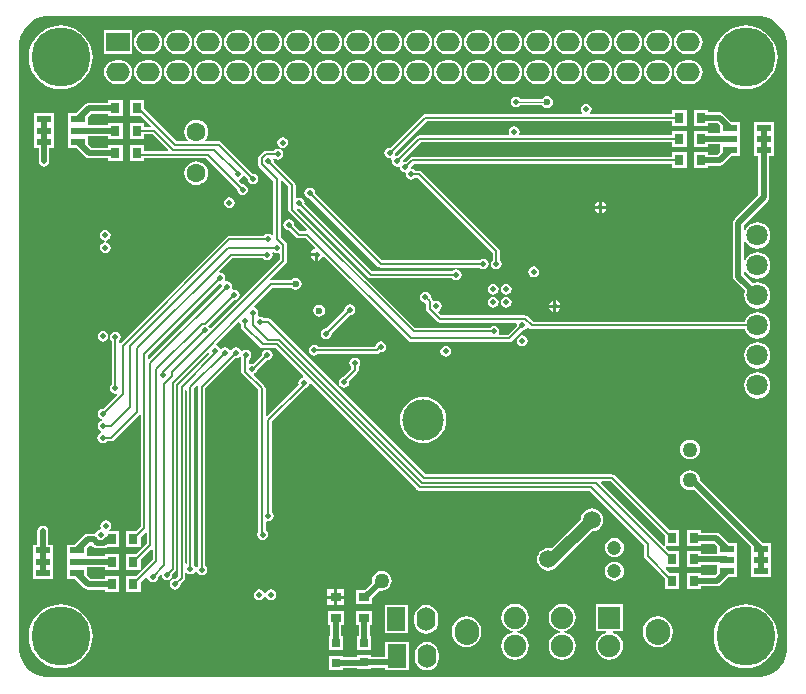
<source format=gbl>
G04*
G04 #@! TF.GenerationSoftware,Altium Limited,Altium Designer,21.3.2 (30)*
G04*
G04 Layer_Physical_Order=4*
G04 Layer_Color=16711680*
%FSLAX25Y25*%
%MOIN*%
G70*
G04*
G04 #@! TF.SameCoordinates,2D34F3B8-E760-4067-911C-3035D0D24B3A*
G04*
G04*
G04 #@! TF.FilePolarity,Positive*
G04*
G01*
G75*
%ADD11C,0.00787*%
%ADD12C,0.00394*%
%ADD41C,0.07087*%
%ADD51R,0.03740X0.03150*%
%ADD71C,0.03937*%
%ADD72C,0.01968*%
%ADD79C,0.04724*%
%ADD80R,0.07480X0.07480*%
%ADD81C,0.07480*%
%ADD82O,0.08268X0.08661*%
%ADD83O,0.07874X0.06299*%
%ADD84R,0.07874X0.06299*%
%ADD85C,0.06299*%
%ADD86O,0.06299X0.07874*%
%ADD87R,0.06299X0.07874*%
%ADD88C,0.13780*%
%ADD89C,0.01968*%
%ADD90C,0.02362*%
%ADD91C,0.05000*%
%ADD92C,0.05906*%
%ADD93C,0.19685*%
%ADD94R,0.05118X0.02362*%
%ADD95R,0.03150X0.03740*%
%ADD96R,0.03150X0.03150*%
G36*
X248822Y220088D02*
X250642Y219334D01*
X252280Y218240D01*
X253673Y216847D01*
X254767Y215209D01*
X255521Y213389D01*
X255906Y211457D01*
Y210472D01*
Y10000D01*
Y9015D01*
X255521Y7083D01*
X254767Y5263D01*
X253673Y3625D01*
X252280Y2232D01*
X250642Y1138D01*
X248822Y384D01*
X246890Y0D01*
X9015D01*
X7083Y384D01*
X5263Y1138D01*
X3625Y2232D01*
X2232Y3625D01*
X1138Y5263D01*
X384Y7083D01*
X0Y9015D01*
Y10000D01*
Y210472D01*
Y211457D01*
X384Y213389D01*
X1138Y215209D01*
X2232Y216847D01*
X3625Y218240D01*
X5263Y219334D01*
X7083Y220088D01*
X9015Y220472D01*
X246890D01*
X248822Y220088D01*
D02*
G37*
%LPC*%
G36*
X223799Y215782D02*
X222224D01*
X221197Y215647D01*
X220239Y215250D01*
X219416Y214619D01*
X218785Y213796D01*
X218389Y212839D01*
X218306Y212213D01*
X218264Y211891D01*
X217760D01*
X217717Y212213D01*
X217635Y212839D01*
X217238Y213796D01*
X216607Y214619D01*
X215785Y215250D01*
X214827Y215647D01*
X213799Y215782D01*
X212224D01*
X211197Y215647D01*
X210239Y215250D01*
X209417Y214619D01*
X208785Y213796D01*
X208389Y212839D01*
X208306Y212213D01*
X208264Y211891D01*
X207760D01*
X207717Y212213D01*
X207635Y212839D01*
X207238Y213796D01*
X206607Y214619D01*
X205785Y215250D01*
X204827Y215647D01*
X203799Y215782D01*
X202224D01*
X201197Y215647D01*
X200239Y215250D01*
X199416Y214619D01*
X198785Y213796D01*
X198389Y212839D01*
X198306Y212213D01*
X198264Y211891D01*
X197760D01*
X197717Y212213D01*
X197635Y212839D01*
X197238Y213796D01*
X196607Y214619D01*
X195785Y215250D01*
X194827Y215647D01*
X193799Y215782D01*
X192224D01*
X191197Y215647D01*
X190239Y215250D01*
X189417Y214619D01*
X188785Y213796D01*
X188389Y212839D01*
X188306Y212213D01*
X188264Y211891D01*
X187760D01*
X187717Y212213D01*
X187635Y212839D01*
X187238Y213796D01*
X186607Y214619D01*
X185785Y215250D01*
X184827Y215647D01*
X183799Y215782D01*
X182224D01*
X181197Y215647D01*
X180239Y215250D01*
X179417Y214619D01*
X178785Y213796D01*
X178389Y212839D01*
X178306Y212213D01*
X178264Y211891D01*
X177760D01*
X177717Y212213D01*
X177635Y212839D01*
X177238Y213796D01*
X176607Y214619D01*
X175785Y215250D01*
X174827Y215647D01*
X173799Y215782D01*
X172224D01*
X171197Y215647D01*
X170239Y215250D01*
X169416Y214619D01*
X168785Y213796D01*
X168389Y212839D01*
X168306Y212213D01*
X168264Y211891D01*
X167760D01*
X167717Y212213D01*
X167635Y212839D01*
X167238Y213796D01*
X166607Y214619D01*
X165785Y215250D01*
X164827Y215647D01*
X163799Y215782D01*
X162224D01*
X161197Y215647D01*
X160239Y215250D01*
X159416Y214619D01*
X158785Y213796D01*
X158389Y212839D01*
X158306Y212213D01*
X158264Y211891D01*
X157760D01*
X157717Y212213D01*
X157635Y212839D01*
X157238Y213796D01*
X156607Y214619D01*
X155785Y215250D01*
X154827Y215647D01*
X153799Y215782D01*
X152224D01*
X151197Y215647D01*
X150239Y215250D01*
X149416Y214619D01*
X148785Y213796D01*
X148389Y212839D01*
X148306Y212213D01*
X148264Y211891D01*
X147760D01*
X147717Y212213D01*
X147635Y212839D01*
X147238Y213796D01*
X146607Y214619D01*
X145785Y215250D01*
X144827Y215647D01*
X143799Y215782D01*
X142224D01*
X141197Y215647D01*
X140239Y215250D01*
X139417Y214619D01*
X138785Y213796D01*
X138389Y212839D01*
X138306Y212213D01*
X138264Y211891D01*
X137760D01*
X137717Y212213D01*
X137635Y212839D01*
X137238Y213796D01*
X136607Y214619D01*
X135785Y215250D01*
X134827Y215647D01*
X133799Y215782D01*
X132224D01*
X131197Y215647D01*
X130239Y215250D01*
X129417Y214619D01*
X128785Y213796D01*
X128389Y212839D01*
X128306Y212213D01*
X128264Y211891D01*
X127760D01*
X127717Y212213D01*
X127635Y212839D01*
X127238Y213796D01*
X126607Y214619D01*
X125785Y215250D01*
X124827Y215647D01*
X123799Y215782D01*
X122224D01*
X121197Y215647D01*
X120239Y215250D01*
X119416Y214619D01*
X118785Y213796D01*
X118389Y212839D01*
X118306Y212213D01*
X118264Y211891D01*
X117760D01*
X117717Y212213D01*
X117635Y212839D01*
X117238Y213796D01*
X116607Y214619D01*
X115785Y215250D01*
X114827Y215647D01*
X113799Y215782D01*
X112224D01*
X111197Y215647D01*
X110239Y215250D01*
X109416Y214619D01*
X108785Y213796D01*
X108389Y212839D01*
X108306Y212213D01*
X108264Y211891D01*
X107760D01*
X107717Y212213D01*
X107635Y212839D01*
X107238Y213796D01*
X106607Y214619D01*
X105785Y215250D01*
X104827Y215647D01*
X103799Y215782D01*
X102224D01*
X101197Y215647D01*
X100239Y215250D01*
X99417Y214619D01*
X98785Y213796D01*
X98389Y212839D01*
X98306Y212213D01*
X98264Y211891D01*
X97760D01*
X97717Y212213D01*
X97635Y212839D01*
X97238Y213796D01*
X96607Y214619D01*
X95785Y215250D01*
X94827Y215647D01*
X93799Y215782D01*
X92224D01*
X91197Y215647D01*
X90239Y215250D01*
X89416Y214619D01*
X88785Y213796D01*
X88389Y212839D01*
X88306Y212213D01*
X88264Y211891D01*
X87760D01*
X87717Y212213D01*
X87635Y212839D01*
X87238Y213796D01*
X86607Y214619D01*
X85785Y215250D01*
X84827Y215647D01*
X83799Y215782D01*
X82224D01*
X81197Y215647D01*
X80239Y215250D01*
X79417Y214619D01*
X78785Y213796D01*
X78389Y212839D01*
X78306Y212213D01*
X78264Y211891D01*
X77760D01*
X77717Y212213D01*
X77635Y212839D01*
X77238Y213796D01*
X76607Y214619D01*
X75785Y215250D01*
X74827Y215647D01*
X73799Y215782D01*
X72224D01*
X71197Y215647D01*
X70239Y215250D01*
X69416Y214619D01*
X68785Y213796D01*
X68389Y212839D01*
X68306Y212213D01*
X68264Y211891D01*
X67760D01*
X67717Y212213D01*
X67635Y212839D01*
X67238Y213796D01*
X66607Y214619D01*
X65785Y215250D01*
X64827Y215647D01*
X63799Y215782D01*
X62224D01*
X61197Y215647D01*
X60239Y215250D01*
X59417Y214619D01*
X58785Y213796D01*
X58389Y212839D01*
X58306Y212213D01*
X58264Y211891D01*
X57760D01*
X57717Y212213D01*
X57635Y212839D01*
X57238Y213796D01*
X56607Y214619D01*
X55785Y215250D01*
X54827Y215647D01*
X53799Y215782D01*
X52224D01*
X51197Y215647D01*
X50239Y215250D01*
X49417Y214619D01*
X48785Y213796D01*
X48389Y212839D01*
X48306Y212213D01*
X48264Y211891D01*
X47760D01*
X47717Y212213D01*
X47635Y212839D01*
X47238Y213796D01*
X46607Y214619D01*
X45785Y215250D01*
X44827Y215647D01*
X43799Y215782D01*
X42224D01*
X41197Y215647D01*
X40239Y215250D01*
X39417Y214619D01*
X38785Y213796D01*
X38389Y212839D01*
X38253Y211811D01*
X38389Y210783D01*
X38785Y209825D01*
X39417Y209003D01*
X40239Y208372D01*
X41197Y207975D01*
X42224Y207840D01*
X43799D01*
X44827Y207975D01*
X45785Y208372D01*
X46607Y209003D01*
X47238Y209825D01*
X47635Y210783D01*
X47717Y211409D01*
X47760Y211731D01*
X48264D01*
X48306Y211409D01*
X48389Y210783D01*
X48785Y209825D01*
X49417Y209003D01*
X50239Y208372D01*
X51197Y207975D01*
X52224Y207840D01*
X53799D01*
X54827Y207975D01*
X55785Y208372D01*
X56607Y209003D01*
X57238Y209825D01*
X57635Y210783D01*
X57717Y211409D01*
X57760Y211731D01*
X58264D01*
X58306Y211409D01*
X58389Y210783D01*
X58785Y209825D01*
X59417Y209003D01*
X60239Y208372D01*
X61197Y207975D01*
X62224Y207840D01*
X63799D01*
X64827Y207975D01*
X65785Y208372D01*
X66607Y209003D01*
X67238Y209825D01*
X67635Y210783D01*
X67717Y211409D01*
X67760Y211731D01*
X68264D01*
X68306Y211409D01*
X68389Y210783D01*
X68785Y209825D01*
X69416Y209003D01*
X70239Y208372D01*
X71197Y207975D01*
X72224Y207840D01*
X73799D01*
X74827Y207975D01*
X75785Y208372D01*
X76607Y209003D01*
X77238Y209825D01*
X77635Y210783D01*
X77717Y211409D01*
X77760Y211731D01*
X78264D01*
X78306Y211409D01*
X78389Y210783D01*
X78785Y209825D01*
X79417Y209003D01*
X80239Y208372D01*
X81197Y207975D01*
X82224Y207840D01*
X83799D01*
X84827Y207975D01*
X85785Y208372D01*
X86607Y209003D01*
X87238Y209825D01*
X87635Y210783D01*
X87717Y211409D01*
X87760Y211731D01*
X88264D01*
X88306Y211409D01*
X88389Y210783D01*
X88785Y209825D01*
X89416Y209003D01*
X90239Y208372D01*
X91197Y207975D01*
X92224Y207840D01*
X93799D01*
X94827Y207975D01*
X95785Y208372D01*
X96607Y209003D01*
X97238Y209825D01*
X97635Y210783D01*
X97717Y211409D01*
X97760Y211731D01*
X98264D01*
X98306Y211409D01*
X98389Y210783D01*
X98785Y209825D01*
X99417Y209003D01*
X100239Y208372D01*
X101197Y207975D01*
X102224Y207840D01*
X103799D01*
X104827Y207975D01*
X105785Y208372D01*
X106607Y209003D01*
X107238Y209825D01*
X107635Y210783D01*
X107717Y211409D01*
X107760Y211731D01*
X108264D01*
X108306Y211409D01*
X108389Y210783D01*
X108785Y209825D01*
X109416Y209003D01*
X110239Y208372D01*
X111197Y207975D01*
X112224Y207840D01*
X113799D01*
X114827Y207975D01*
X115785Y208372D01*
X116607Y209003D01*
X117238Y209825D01*
X117635Y210783D01*
X117717Y211409D01*
X117760Y211731D01*
X118264D01*
X118306Y211409D01*
X118389Y210783D01*
X118785Y209825D01*
X119416Y209003D01*
X120239Y208372D01*
X121197Y207975D01*
X122224Y207840D01*
X123799D01*
X124827Y207975D01*
X125785Y208372D01*
X126607Y209003D01*
X127238Y209825D01*
X127635Y210783D01*
X127717Y211409D01*
X127760Y211731D01*
X128264D01*
X128306Y211409D01*
X128389Y210783D01*
X128785Y209825D01*
X129417Y209003D01*
X130239Y208372D01*
X131197Y207975D01*
X132224Y207840D01*
X133799D01*
X134827Y207975D01*
X135785Y208372D01*
X136607Y209003D01*
X137238Y209825D01*
X137635Y210783D01*
X137717Y211409D01*
X137760Y211731D01*
X138264D01*
X138306Y211409D01*
X138389Y210783D01*
X138785Y209825D01*
X139417Y209003D01*
X140239Y208372D01*
X141197Y207975D01*
X142224Y207840D01*
X143799D01*
X144827Y207975D01*
X145785Y208372D01*
X146607Y209003D01*
X147238Y209825D01*
X147635Y210783D01*
X147717Y211409D01*
X147760Y211731D01*
X148264D01*
X148306Y211409D01*
X148389Y210783D01*
X148785Y209825D01*
X149416Y209003D01*
X150239Y208372D01*
X151197Y207975D01*
X152224Y207840D01*
X153799D01*
X154827Y207975D01*
X155785Y208372D01*
X156607Y209003D01*
X157238Y209825D01*
X157635Y210783D01*
X157717Y211409D01*
X157760Y211731D01*
X158264D01*
X158306Y211409D01*
X158389Y210783D01*
X158785Y209825D01*
X159416Y209003D01*
X160239Y208372D01*
X161197Y207975D01*
X162224Y207840D01*
X163799D01*
X164827Y207975D01*
X165785Y208372D01*
X166607Y209003D01*
X167238Y209825D01*
X167635Y210783D01*
X167717Y211409D01*
X167760Y211731D01*
X168264D01*
X168306Y211409D01*
X168389Y210783D01*
X168785Y209825D01*
X169416Y209003D01*
X170239Y208372D01*
X171197Y207975D01*
X172224Y207840D01*
X173799D01*
X174827Y207975D01*
X175785Y208372D01*
X176607Y209003D01*
X177238Y209825D01*
X177635Y210783D01*
X177717Y211409D01*
X177760Y211731D01*
X178264D01*
X178306Y211409D01*
X178389Y210783D01*
X178785Y209825D01*
X179417Y209003D01*
X180239Y208372D01*
X181197Y207975D01*
X182224Y207840D01*
X183799D01*
X184827Y207975D01*
X185785Y208372D01*
X186607Y209003D01*
X187238Y209825D01*
X187635Y210783D01*
X187717Y211409D01*
X187760Y211731D01*
X188264D01*
X188306Y211409D01*
X188389Y210783D01*
X188785Y209825D01*
X189417Y209003D01*
X190239Y208372D01*
X191197Y207975D01*
X192224Y207840D01*
X193799D01*
X194827Y207975D01*
X195785Y208372D01*
X196607Y209003D01*
X197238Y209825D01*
X197635Y210783D01*
X197717Y211409D01*
X197760Y211731D01*
X198264D01*
X198306Y211409D01*
X198389Y210783D01*
X198785Y209825D01*
X199416Y209003D01*
X200239Y208372D01*
X201197Y207975D01*
X202224Y207840D01*
X203799D01*
X204827Y207975D01*
X205785Y208372D01*
X206607Y209003D01*
X207238Y209825D01*
X207635Y210783D01*
X207717Y211409D01*
X207760Y211731D01*
X208264D01*
X208306Y211409D01*
X208389Y210783D01*
X208785Y209825D01*
X209417Y209003D01*
X210239Y208372D01*
X211197Y207975D01*
X212224Y207840D01*
X213799D01*
X214827Y207975D01*
X215785Y208372D01*
X216607Y209003D01*
X217238Y209825D01*
X217635Y210783D01*
X217717Y211409D01*
X217760Y211731D01*
X218264D01*
X218306Y211409D01*
X218389Y210783D01*
X218785Y209825D01*
X219416Y209003D01*
X220239Y208372D01*
X221197Y207975D01*
X222224Y207840D01*
X223799D01*
X224827Y207975D01*
X225785Y208372D01*
X226607Y209003D01*
X227238Y209825D01*
X227635Y210783D01*
X227770Y211811D01*
X227635Y212839D01*
X227238Y213796D01*
X226607Y214619D01*
X225785Y215250D01*
X224827Y215647D01*
X223799Y215782D01*
D02*
G37*
G36*
X37736Y215748D02*
X28287D01*
Y207874D01*
X37736D01*
Y215748D01*
D02*
G37*
G36*
X223799Y205782D02*
X222224D01*
X221197Y205647D01*
X220239Y205250D01*
X219416Y204619D01*
X218785Y203797D01*
X218389Y202839D01*
X218306Y202213D01*
X218264Y201891D01*
X217760D01*
X217717Y202213D01*
X217635Y202839D01*
X217238Y203797D01*
X216607Y204619D01*
X215785Y205250D01*
X214827Y205647D01*
X213799Y205782D01*
X212224D01*
X211197Y205647D01*
X210239Y205250D01*
X209417Y204619D01*
X208785Y203797D01*
X208389Y202839D01*
X208306Y202213D01*
X208264Y201891D01*
X207760D01*
X207717Y202213D01*
X207635Y202839D01*
X207238Y203797D01*
X206607Y204619D01*
X205785Y205250D01*
X204827Y205647D01*
X203799Y205782D01*
X202224D01*
X201197Y205647D01*
X200239Y205250D01*
X199416Y204619D01*
X198785Y203797D01*
X198389Y202839D01*
X198306Y202213D01*
X198264Y201891D01*
X197760D01*
X197717Y202213D01*
X197635Y202839D01*
X197238Y203797D01*
X196607Y204619D01*
X195785Y205250D01*
X194827Y205647D01*
X193799Y205782D01*
X192224D01*
X191197Y205647D01*
X190239Y205250D01*
X189417Y204619D01*
X188785Y203797D01*
X188389Y202839D01*
X188306Y202213D01*
X188264Y201891D01*
X187760D01*
X187717Y202213D01*
X187635Y202839D01*
X187238Y203797D01*
X186607Y204619D01*
X185785Y205250D01*
X184827Y205647D01*
X183799Y205782D01*
X182224D01*
X181197Y205647D01*
X180239Y205250D01*
X179417Y204619D01*
X178785Y203797D01*
X178389Y202839D01*
X178306Y202213D01*
X178264Y201891D01*
X177760D01*
X177717Y202213D01*
X177635Y202839D01*
X177238Y203797D01*
X176607Y204619D01*
X175785Y205250D01*
X174827Y205647D01*
X173799Y205782D01*
X172224D01*
X171197Y205647D01*
X170239Y205250D01*
X169416Y204619D01*
X168785Y203797D01*
X168389Y202839D01*
X168306Y202213D01*
X168264Y201891D01*
X167760D01*
X167717Y202213D01*
X167635Y202839D01*
X167238Y203797D01*
X166607Y204619D01*
X165785Y205250D01*
X164827Y205647D01*
X163799Y205782D01*
X162224D01*
X161197Y205647D01*
X160239Y205250D01*
X159416Y204619D01*
X158785Y203797D01*
X158389Y202839D01*
X158306Y202213D01*
X158264Y201891D01*
X157760D01*
X157717Y202213D01*
X157635Y202839D01*
X157238Y203797D01*
X156607Y204619D01*
X155785Y205250D01*
X154827Y205647D01*
X153799Y205782D01*
X152224D01*
X151197Y205647D01*
X150239Y205250D01*
X149416Y204619D01*
X148785Y203797D01*
X148389Y202839D01*
X148306Y202213D01*
X148264Y201891D01*
X147760D01*
X147717Y202213D01*
X147635Y202839D01*
X147238Y203797D01*
X146607Y204619D01*
X145785Y205250D01*
X144827Y205647D01*
X143799Y205782D01*
X142224D01*
X141197Y205647D01*
X140239Y205250D01*
X139417Y204619D01*
X138785Y203797D01*
X138389Y202839D01*
X138306Y202213D01*
X138264Y201891D01*
X137760D01*
X137717Y202213D01*
X137635Y202839D01*
X137238Y203797D01*
X136607Y204619D01*
X135785Y205250D01*
X134827Y205647D01*
X133799Y205782D01*
X132224D01*
X131197Y205647D01*
X130239Y205250D01*
X129417Y204619D01*
X128785Y203797D01*
X128389Y202839D01*
X128306Y202213D01*
X128264Y201891D01*
X127760D01*
X127717Y202213D01*
X127635Y202839D01*
X127238Y203797D01*
X126607Y204619D01*
X125785Y205250D01*
X124827Y205647D01*
X123799Y205782D01*
X122224D01*
X121197Y205647D01*
X120239Y205250D01*
X119416Y204619D01*
X118785Y203797D01*
X118389Y202839D01*
X118306Y202213D01*
X118264Y201891D01*
X117760D01*
X117717Y202213D01*
X117635Y202839D01*
X117238Y203797D01*
X116607Y204619D01*
X115785Y205250D01*
X114827Y205647D01*
X113799Y205782D01*
X112224D01*
X111197Y205647D01*
X110239Y205250D01*
X109416Y204619D01*
X108785Y203797D01*
X108389Y202839D01*
X108306Y202213D01*
X108264Y201891D01*
X107760D01*
X107717Y202213D01*
X107635Y202839D01*
X107238Y203797D01*
X106607Y204619D01*
X105785Y205250D01*
X104827Y205647D01*
X103799Y205782D01*
X102224D01*
X101197Y205647D01*
X100239Y205250D01*
X99417Y204619D01*
X98785Y203797D01*
X98389Y202839D01*
X98306Y202213D01*
X98264Y201891D01*
X97760D01*
X97717Y202213D01*
X97635Y202839D01*
X97238Y203797D01*
X96607Y204619D01*
X95785Y205250D01*
X94827Y205647D01*
X93799Y205782D01*
X92224D01*
X91197Y205647D01*
X90239Y205250D01*
X89416Y204619D01*
X88785Y203797D01*
X88389Y202839D01*
X88306Y202213D01*
X88264Y201891D01*
X87760D01*
X87717Y202213D01*
X87635Y202839D01*
X87238Y203797D01*
X86607Y204619D01*
X85785Y205250D01*
X84827Y205647D01*
X83799Y205782D01*
X82224D01*
X81197Y205647D01*
X80239Y205250D01*
X79417Y204619D01*
X78785Y203797D01*
X78389Y202839D01*
X78306Y202213D01*
X78264Y201891D01*
X77760D01*
X77717Y202213D01*
X77635Y202839D01*
X77238Y203797D01*
X76607Y204619D01*
X75785Y205250D01*
X74827Y205647D01*
X73799Y205782D01*
X72224D01*
X71197Y205647D01*
X70239Y205250D01*
X69416Y204619D01*
X68785Y203797D01*
X68389Y202839D01*
X68306Y202213D01*
X68264Y201891D01*
X67760D01*
X67717Y202213D01*
X67635Y202839D01*
X67238Y203797D01*
X66607Y204619D01*
X65785Y205250D01*
X64827Y205647D01*
X63799Y205782D01*
X62224D01*
X61197Y205647D01*
X60239Y205250D01*
X59417Y204619D01*
X58785Y203797D01*
X58389Y202839D01*
X58306Y202213D01*
X58264Y201891D01*
X57760D01*
X57717Y202213D01*
X57635Y202839D01*
X57238Y203797D01*
X56607Y204619D01*
X55785Y205250D01*
X54827Y205647D01*
X53799Y205782D01*
X52224D01*
X51197Y205647D01*
X50239Y205250D01*
X49417Y204619D01*
X48785Y203797D01*
X48389Y202839D01*
X48306Y202213D01*
X48264Y201891D01*
X47760D01*
X47717Y202213D01*
X47635Y202839D01*
X47238Y203797D01*
X46607Y204619D01*
X45785Y205250D01*
X44827Y205647D01*
X43799Y205782D01*
X42224D01*
X41197Y205647D01*
X40239Y205250D01*
X39417Y204619D01*
X38785Y203797D01*
X38389Y202839D01*
X38306Y202213D01*
X38264Y201891D01*
X37760D01*
X37717Y202213D01*
X37635Y202839D01*
X37238Y203797D01*
X36607Y204619D01*
X35785Y205250D01*
X34827Y205647D01*
X33799Y205782D01*
X32224D01*
X31197Y205647D01*
X30239Y205250D01*
X29416Y204619D01*
X28785Y203797D01*
X28389Y202839D01*
X28253Y201811D01*
X28389Y200783D01*
X28785Y199826D01*
X29416Y199003D01*
X30239Y198372D01*
X31197Y197975D01*
X32224Y197840D01*
X33799D01*
X34827Y197975D01*
X35785Y198372D01*
X36607Y199003D01*
X37238Y199826D01*
X37635Y200783D01*
X37717Y201409D01*
X37760Y201731D01*
X38264D01*
X38306Y201409D01*
X38389Y200783D01*
X38785Y199826D01*
X39417Y199003D01*
X40239Y198372D01*
X41197Y197975D01*
X42224Y197840D01*
X43799D01*
X44827Y197975D01*
X45785Y198372D01*
X46607Y199003D01*
X47238Y199826D01*
X47635Y200783D01*
X47717Y201409D01*
X47760Y201731D01*
X48264D01*
X48306Y201409D01*
X48389Y200783D01*
X48785Y199826D01*
X49417Y199003D01*
X50239Y198372D01*
X51197Y197975D01*
X52224Y197840D01*
X53799D01*
X54827Y197975D01*
X55785Y198372D01*
X56607Y199003D01*
X57238Y199826D01*
X57635Y200783D01*
X57717Y201409D01*
X57760Y201731D01*
X58264D01*
X58306Y201409D01*
X58389Y200783D01*
X58785Y199826D01*
X59417Y199003D01*
X60239Y198372D01*
X61197Y197975D01*
X62224Y197840D01*
X63799D01*
X64827Y197975D01*
X65785Y198372D01*
X66607Y199003D01*
X67238Y199826D01*
X67635Y200783D01*
X67717Y201409D01*
X67760Y201731D01*
X68264D01*
X68306Y201409D01*
X68389Y200783D01*
X68785Y199826D01*
X69416Y199003D01*
X70239Y198372D01*
X71197Y197975D01*
X72224Y197840D01*
X73799D01*
X74827Y197975D01*
X75785Y198372D01*
X76607Y199003D01*
X77238Y199826D01*
X77635Y200783D01*
X77717Y201409D01*
X77760Y201731D01*
X78264D01*
X78306Y201409D01*
X78389Y200783D01*
X78785Y199826D01*
X79417Y199003D01*
X80239Y198372D01*
X81197Y197975D01*
X82224Y197840D01*
X83799D01*
X84827Y197975D01*
X85785Y198372D01*
X86607Y199003D01*
X87238Y199826D01*
X87635Y200783D01*
X87717Y201409D01*
X87760Y201731D01*
X88264D01*
X88306Y201409D01*
X88389Y200783D01*
X88785Y199826D01*
X89416Y199003D01*
X90239Y198372D01*
X91197Y197975D01*
X92224Y197840D01*
X93799D01*
X94827Y197975D01*
X95785Y198372D01*
X96607Y199003D01*
X97238Y199826D01*
X97635Y200783D01*
X97717Y201409D01*
X97760Y201731D01*
X98264D01*
X98306Y201409D01*
X98389Y200783D01*
X98785Y199826D01*
X99417Y199003D01*
X100239Y198372D01*
X101197Y197975D01*
X102224Y197840D01*
X103799D01*
X104827Y197975D01*
X105785Y198372D01*
X106607Y199003D01*
X107238Y199826D01*
X107635Y200783D01*
X107717Y201409D01*
X107760Y201731D01*
X108264D01*
X108306Y201409D01*
X108389Y200783D01*
X108785Y199826D01*
X109416Y199003D01*
X110239Y198372D01*
X111197Y197975D01*
X112224Y197840D01*
X113799D01*
X114827Y197975D01*
X115785Y198372D01*
X116607Y199003D01*
X117238Y199826D01*
X117635Y200783D01*
X117717Y201409D01*
X117760Y201731D01*
X118264D01*
X118306Y201409D01*
X118389Y200783D01*
X118785Y199826D01*
X119416Y199003D01*
X120239Y198372D01*
X121197Y197975D01*
X122224Y197840D01*
X123799D01*
X124827Y197975D01*
X125785Y198372D01*
X126607Y199003D01*
X127238Y199826D01*
X127635Y200783D01*
X127717Y201409D01*
X127760Y201731D01*
X128264D01*
X128306Y201409D01*
X128389Y200783D01*
X128785Y199826D01*
X129417Y199003D01*
X130239Y198372D01*
X131197Y197975D01*
X132224Y197840D01*
X133799D01*
X134827Y197975D01*
X135785Y198372D01*
X136607Y199003D01*
X137238Y199826D01*
X137635Y200783D01*
X137717Y201409D01*
X137760Y201731D01*
X138264D01*
X138306Y201409D01*
X138389Y200783D01*
X138785Y199826D01*
X139417Y199003D01*
X140239Y198372D01*
X141197Y197975D01*
X142224Y197840D01*
X143799D01*
X144827Y197975D01*
X145785Y198372D01*
X146607Y199003D01*
X147238Y199826D01*
X147635Y200783D01*
X147717Y201409D01*
X147760Y201731D01*
X148264D01*
X148306Y201409D01*
X148389Y200783D01*
X148785Y199826D01*
X149416Y199003D01*
X150239Y198372D01*
X151197Y197975D01*
X152224Y197840D01*
X153799D01*
X154827Y197975D01*
X155785Y198372D01*
X156607Y199003D01*
X157238Y199826D01*
X157635Y200783D01*
X157717Y201409D01*
X157760Y201731D01*
X158264D01*
X158306Y201409D01*
X158389Y200783D01*
X158785Y199826D01*
X159416Y199003D01*
X160239Y198372D01*
X161197Y197975D01*
X162224Y197840D01*
X163799D01*
X164827Y197975D01*
X165785Y198372D01*
X166607Y199003D01*
X167238Y199826D01*
X167635Y200783D01*
X167717Y201409D01*
X167760Y201731D01*
X168264D01*
X168306Y201409D01*
X168389Y200783D01*
X168785Y199826D01*
X169416Y199003D01*
X170239Y198372D01*
X171197Y197975D01*
X172224Y197840D01*
X173799D01*
X174827Y197975D01*
X175785Y198372D01*
X176607Y199003D01*
X177238Y199826D01*
X177635Y200783D01*
X177717Y201409D01*
X177760Y201731D01*
X178264D01*
X178306Y201409D01*
X178389Y200783D01*
X178785Y199826D01*
X179417Y199003D01*
X180239Y198372D01*
X181197Y197975D01*
X182224Y197840D01*
X183799D01*
X184827Y197975D01*
X185785Y198372D01*
X186607Y199003D01*
X187238Y199826D01*
X187635Y200783D01*
X187717Y201409D01*
X187760Y201731D01*
X188264D01*
X188306Y201409D01*
X188389Y200783D01*
X188785Y199826D01*
X189417Y199003D01*
X190239Y198372D01*
X191197Y197975D01*
X192224Y197840D01*
X193799D01*
X194827Y197975D01*
X195785Y198372D01*
X196607Y199003D01*
X197238Y199826D01*
X197635Y200783D01*
X197717Y201409D01*
X197760Y201731D01*
X198264D01*
X198306Y201409D01*
X198389Y200783D01*
X198785Y199826D01*
X199416Y199003D01*
X200239Y198372D01*
X201197Y197975D01*
X202224Y197840D01*
X203799D01*
X204827Y197975D01*
X205785Y198372D01*
X206607Y199003D01*
X207238Y199826D01*
X207635Y200783D01*
X207717Y201409D01*
X207760Y201731D01*
X208264D01*
X208306Y201409D01*
X208389Y200783D01*
X208785Y199826D01*
X209417Y199003D01*
X210239Y198372D01*
X211197Y197975D01*
X212224Y197840D01*
X213799D01*
X214827Y197975D01*
X215785Y198372D01*
X216607Y199003D01*
X217238Y199826D01*
X217635Y200783D01*
X217717Y201409D01*
X217760Y201731D01*
X218264D01*
X218306Y201409D01*
X218389Y200783D01*
X218785Y199826D01*
X219416Y199003D01*
X220239Y198372D01*
X221197Y197975D01*
X222224Y197840D01*
X223799D01*
X224827Y197975D01*
X225785Y198372D01*
X226607Y199003D01*
X227238Y199826D01*
X227635Y200783D01*
X227770Y201811D01*
X227635Y202839D01*
X227238Y203797D01*
X226607Y204619D01*
X225785Y205250D01*
X224827Y205647D01*
X223799Y205782D01*
D02*
G37*
G36*
X242126Y217356D02*
X240458Y217224D01*
X238831Y216834D01*
X237285Y216194D01*
X235859Y215319D01*
X234586Y214233D01*
X233500Y212960D01*
X232625Y211534D01*
X231985Y209988D01*
X231594Y208361D01*
X231463Y206693D01*
X231594Y205025D01*
X231985Y203398D01*
X232625Y201852D01*
X233500Y200426D01*
X234586Y199153D01*
X235859Y198066D01*
X237285Y197192D01*
X238831Y196552D01*
X240458Y196161D01*
X242126Y196030D01*
X243794Y196161D01*
X245421Y196552D01*
X246967Y197192D01*
X248393Y198066D01*
X249666Y199153D01*
X250752Y200426D01*
X251627Y201852D01*
X252267Y203398D01*
X252658Y205025D01*
X252789Y206693D01*
X252658Y208361D01*
X252267Y209988D01*
X251627Y211534D01*
X250752Y212960D01*
X249666Y214233D01*
X248393Y215319D01*
X246967Y216194D01*
X245421Y216834D01*
X243794Y217224D01*
X242126Y217356D01*
D02*
G37*
G36*
X13780D02*
X12111Y217224D01*
X10485Y216834D01*
X8939Y216194D01*
X7512Y215319D01*
X6240Y214233D01*
X5153Y212960D01*
X4279Y211534D01*
X3639Y209988D01*
X3248Y208361D01*
X3117Y206693D01*
X3248Y205025D01*
X3639Y203398D01*
X4279Y201852D01*
X5153Y200426D01*
X6240Y199153D01*
X7512Y198066D01*
X8939Y197192D01*
X10485Y196552D01*
X12111Y196161D01*
X13780Y196030D01*
X15448Y196161D01*
X17075Y196552D01*
X18620Y197192D01*
X20047Y198066D01*
X21319Y199153D01*
X22406Y200426D01*
X23280Y201852D01*
X23920Y203398D01*
X24311Y205025D01*
X24442Y206693D01*
X24311Y208361D01*
X23920Y209988D01*
X23280Y211534D01*
X22406Y212960D01*
X21319Y214233D01*
X20047Y215319D01*
X18620Y216194D01*
X17075Y216834D01*
X15448Y217224D01*
X13780Y217356D01*
D02*
G37*
G36*
X175984Y193838D02*
X175216Y193685D01*
X174565Y193250D01*
X174287Y192834D01*
X167050D01*
X166867Y193108D01*
X166281Y193500D01*
X165590Y193637D01*
X164899Y193500D01*
X164313Y193108D01*
X163921Y192522D01*
X163784Y191831D01*
X163921Y191139D01*
X164313Y190553D01*
X164899Y190162D01*
X165590Y190024D01*
X166281Y190162D01*
X166867Y190553D01*
X167050Y190827D01*
X174287D01*
X174565Y190411D01*
X175216Y189976D01*
X175984Y189824D01*
X176752Y189976D01*
X177403Y190411D01*
X177839Y191063D01*
X177991Y191831D01*
X177839Y192599D01*
X177403Y193250D01*
X176752Y193685D01*
X175984Y193838D01*
D02*
G37*
G36*
X188976Y191176D02*
X188285Y191039D01*
X187699Y190647D01*
X187308Y190061D01*
X187170Y189370D01*
X187308Y188679D01*
X187548Y188318D01*
X187281Y187818D01*
X135374D01*
X135374Y187818D01*
X134913Y187727D01*
X134522Y187466D01*
X123649Y176592D01*
X123563Y176610D01*
X122872Y176472D01*
X122286Y176080D01*
X121894Y175494D01*
X121757Y174803D01*
X121894Y174112D01*
X122286Y173526D01*
X122872Y173134D01*
X123563Y172997D01*
X123868Y173057D01*
X124009Y172942D01*
X124233Y172620D01*
X124119Y172047D01*
X124256Y171356D01*
X124648Y170770D01*
X125234Y170378D01*
X125925Y170241D01*
X126468Y170349D01*
X126777Y170203D01*
X126958Y170006D01*
X127071Y169438D01*
X127463Y168852D01*
X128049Y168460D01*
X128597Y168351D01*
X128937Y167891D01*
X128902Y167717D01*
X129040Y167025D01*
X129431Y166439D01*
X130017Y166048D01*
X130709Y165910D01*
X131400Y166048D01*
X131986Y166439D01*
X132035Y166512D01*
X132881D01*
X157851Y141543D01*
Y139121D01*
X157778Y139073D01*
X157386Y138487D01*
X157249Y137795D01*
X157386Y137104D01*
X157778Y136518D01*
X158364Y136126D01*
X159055Y135989D01*
X159746Y136126D01*
X160332Y136518D01*
X160724Y137104D01*
X160862Y137795D01*
X160724Y138487D01*
X160332Y139073D01*
X160259Y139121D01*
Y142042D01*
X160168Y142502D01*
X159907Y142893D01*
X159907Y142893D01*
X134232Y168568D01*
X133841Y168829D01*
X133380Y168921D01*
X133380Y168921D01*
X132035D01*
X131986Y168994D01*
X131400Y169385D01*
X130852Y169494D01*
X130512Y169955D01*
X130546Y170129D01*
X130529Y170215D01*
X131551Y171237D01*
X217717D01*
Y169783D01*
X222441D01*
Y175098D01*
X217717D01*
Y173645D01*
X131052D01*
X130591Y173554D01*
X130200Y173293D01*
X130200Y173292D01*
X128826Y171918D01*
X128740Y171936D01*
X128412Y171870D01*
X128017Y172263D01*
X128007Y172426D01*
X133904Y178323D01*
X217717D01*
Y176870D01*
X222441D01*
Y182185D01*
X217717D01*
Y180732D01*
X166862D01*
X166653Y181122D01*
X166650Y181232D01*
X166781Y181890D01*
X166644Y182581D01*
X166252Y183167D01*
X165666Y183559D01*
X164975Y183696D01*
X164283Y183559D01*
X163697Y183167D01*
X163306Y182581D01*
X163168Y181890D01*
X163299Y181232D01*
X163296Y181122D01*
X163087Y180732D01*
X133406D01*
X133405Y180732D01*
X132945Y180640D01*
X132554Y180379D01*
X126011Y173837D01*
X125925Y173854D01*
X125620Y173793D01*
X125479Y173908D01*
X125255Y174230D01*
X125369Y174803D01*
X125352Y174889D01*
X135873Y185410D01*
X217717D01*
Y183957D01*
X222441D01*
Y189272D01*
X217717D01*
Y187818D01*
X190672D01*
X190404Y188318D01*
X190645Y188679D01*
X190783Y189370D01*
X190645Y190061D01*
X190254Y190647D01*
X189668Y191039D01*
X188976Y191176D01*
D02*
G37*
G36*
X34449Y192421D02*
X29724D01*
Y191570D01*
X23425D01*
X22734Y191433D01*
X22148Y191041D01*
X19099Y187992D01*
X16339D01*
Y184055D01*
Y180315D01*
Y176575D01*
X19099D01*
X22148Y173526D01*
X22734Y173134D01*
X23425Y172997D01*
X29724D01*
Y172146D01*
X34449D01*
Y177461D01*
X29724D01*
Y176610D01*
X24173D01*
X23031Y177751D01*
Y180477D01*
X29724D01*
Y179626D01*
X34449D01*
Y184941D01*
X29724D01*
Y184090D01*
X23031D01*
Y186816D01*
X24173Y187957D01*
X29724D01*
Y187106D01*
X34449D01*
Y192421D01*
D02*
G37*
G36*
X41535D02*
X36811D01*
Y187106D01*
X40684D01*
X43841Y183950D01*
X43650Y183488D01*
X41535D01*
Y184941D01*
X36811D01*
Y179626D01*
X41535D01*
Y181079D01*
X44484D01*
X49685Y175879D01*
X49494Y175417D01*
X41535D01*
Y177461D01*
X36811D01*
Y172146D01*
X41535D01*
Y173008D01*
X62359D01*
X72682Y162685D01*
X72665Y162598D01*
X72803Y161907D01*
X73194Y161321D01*
X73780Y160930D01*
X74472Y160792D01*
X75163Y160930D01*
X75749Y161321D01*
X76141Y161907D01*
X76278Y162598D01*
X76141Y163290D01*
X75749Y163876D01*
X75163Y164267D01*
X74472Y164405D01*
X74385Y164388D01*
X73294Y165479D01*
X73458Y166022D01*
X73588Y166048D01*
X74174Y166439D01*
X74566Y167025D01*
X74595Y167173D01*
X75074Y167318D01*
X76164Y166228D01*
X76146Y166142D01*
X76284Y165451D01*
X76675Y164864D01*
X77262Y164473D01*
X77953Y164335D01*
X78644Y164473D01*
X79230Y164864D01*
X79622Y165451D01*
X79759Y166142D01*
X79622Y166833D01*
X79230Y167419D01*
X78644Y167811D01*
X77953Y167948D01*
X77867Y167931D01*
X67387Y178411D01*
X66996Y178672D01*
X66535Y178763D01*
X66535Y178763D01*
X62235D01*
X62002Y179263D01*
X62494Y179904D01*
X62891Y180862D01*
X63026Y181890D01*
X62891Y182917D01*
X62494Y183875D01*
X61863Y184698D01*
X61041Y185329D01*
X60083Y185725D01*
X59055Y185861D01*
X58027Y185725D01*
X57070Y185329D01*
X56247Y184698D01*
X55616Y183875D01*
X55220Y182917D01*
X55084Y181890D01*
X55220Y180862D01*
X55616Y179904D01*
X56108Y179263D01*
X55875Y178763D01*
X52434D01*
X41535Y189661D01*
Y192421D01*
D02*
G37*
G36*
X229528Y189272D02*
X224803D01*
Y183957D01*
X229528D01*
Y184808D01*
X232716D01*
X233465Y184060D01*
Y181334D01*
X229528D01*
Y182185D01*
X224803D01*
Y176870D01*
X229528D01*
Y177721D01*
X233465D01*
Y174996D01*
X232716Y174247D01*
X229528D01*
Y175098D01*
X224803D01*
Y169783D01*
X229528D01*
Y170635D01*
X233465D01*
X234156Y170772D01*
X234742Y171164D01*
X237397Y173819D01*
X240158D01*
Y177559D01*
Y181299D01*
Y185236D01*
X237397D01*
X234742Y187891D01*
X234156Y188283D01*
X233465Y188420D01*
X229528D01*
Y189272D01*
D02*
G37*
G36*
X87786Y180107D02*
X87095Y179970D01*
X86509Y179578D01*
X86117Y178992D01*
X85980Y178301D01*
X86117Y177609D01*
X86509Y177023D01*
X87095Y176632D01*
X87786Y176494D01*
X88477Y176632D01*
X89063Y177023D01*
X89455Y177609D01*
X89592Y178301D01*
X89455Y178992D01*
X89063Y179578D01*
X88477Y179970D01*
X87786Y180107D01*
D02*
G37*
G36*
X86221Y176216D02*
X85529Y176078D01*
X84943Y175687D01*
X84894Y175614D01*
X82214D01*
X82214Y175614D01*
X81753Y175522D01*
X81362Y175261D01*
X81362Y175261D01*
X79995Y173894D01*
X79734Y173503D01*
X79642Y173042D01*
X79642Y173042D01*
Y171150D01*
X79642Y171150D01*
X79734Y170689D01*
X79995Y170299D01*
X84758Y165536D01*
Y147292D01*
X84258Y147140D01*
X84124Y147340D01*
X83538Y147732D01*
X82847Y147869D01*
X82155Y147732D01*
X81569Y147340D01*
X81521Y147267D01*
X70079D01*
X70079Y147267D01*
X69618Y147176D01*
X69227Y146915D01*
X69227Y146915D01*
X33829Y111516D01*
X33580Y111592D01*
X33365Y111704D01*
X33348Y112098D01*
X33364Y112109D01*
X33755Y112695D01*
X33893Y113386D01*
X33755Y114077D01*
X33364Y114663D01*
X32778Y115055D01*
X32087Y115192D01*
X31395Y115055D01*
X30809Y114663D01*
X30418Y114077D01*
X30280Y113386D01*
X30418Y112695D01*
X30809Y112109D01*
X30882Y112060D01*
Y97783D01*
X30809Y97734D01*
X30418Y97148D01*
X30280Y96457D01*
X30418Y95765D01*
X30809Y95179D01*
X31395Y94788D01*
X32087Y94650D01*
X32475Y94728D01*
X32721Y94267D01*
X28039Y89584D01*
X27953Y89602D01*
X27261Y89464D01*
X26676Y89073D01*
X26284Y88486D01*
X26146Y87795D01*
X26284Y87104D01*
X26676Y86518D01*
X27261Y86126D01*
X27579Y86063D01*
Y85553D01*
X27216Y85481D01*
X26630Y85090D01*
X26238Y84504D01*
X26101Y83812D01*
X26238Y83121D01*
X26630Y82535D01*
X27216Y82144D01*
X27418Y82103D01*
Y81594D01*
X27170Y81544D01*
X26584Y81153D01*
X26192Y80567D01*
X26055Y79875D01*
X26192Y79184D01*
X26584Y78598D01*
X27170Y78207D01*
X27861Y78069D01*
X28552Y78207D01*
X29138Y78598D01*
X29187Y78671D01*
X30663D01*
X30663Y78671D01*
X31124Y78763D01*
X31514Y79024D01*
X40028Y87538D01*
X40528Y87331D01*
Y50207D01*
X39042Y48720D01*
X35725D01*
Y43406D01*
X40450D01*
Y46722D01*
X42035Y48307D01*
X42497Y48116D01*
Y44714D01*
X39042Y41259D01*
X35725D01*
Y35944D01*
X40450D01*
Y39261D01*
X44003Y42814D01*
X44465Y42623D01*
Y39183D01*
X39042Y33760D01*
X35725D01*
Y28445D01*
X40450D01*
Y31762D01*
X42225Y33537D01*
X42711Y33316D01*
X42819Y32773D01*
X43211Y32187D01*
X43797Y31796D01*
X44488Y31658D01*
X45180Y31796D01*
X45766Y32187D01*
X46157Y32773D01*
X46295Y33465D01*
X46277Y33551D01*
X46924Y34198D01*
X47453Y34019D01*
X47544Y33561D01*
X47935Y32975D01*
X48521Y32583D01*
X49213Y32446D01*
X49904Y32583D01*
X50490Y32975D01*
X50881Y33561D01*
X51019Y34252D01*
X51002Y34338D01*
X52033Y35369D01*
X52033Y35369D01*
X52294Y35759D01*
X52385Y36220D01*
X52385Y36220D01*
Y97799D01*
X62856Y108270D01*
X63410Y108117D01*
X63468Y107887D01*
X53282Y97702D01*
X53021Y97311D01*
X52930Y96850D01*
X52930Y96850D01*
Y33766D01*
X52055Y32892D01*
X51968Y32909D01*
X51277Y32771D01*
X50691Y32380D01*
X50300Y31794D01*
X50162Y31102D01*
X50300Y30411D01*
X50691Y29825D01*
X51277Y29434D01*
X51968Y29296D01*
X52660Y29434D01*
X53246Y29825D01*
X53637Y30411D01*
X53775Y31102D01*
X53758Y31188D01*
X54985Y32416D01*
X54985Y32416D01*
X55246Y32807D01*
X55338Y33268D01*
X55338Y33268D01*
Y34748D01*
X55682Y34890D01*
X55838Y34924D01*
X56395Y34552D01*
X57087Y34414D01*
X57778Y34552D01*
X58364Y34943D01*
X58612Y35315D01*
X59143Y35210D01*
X59158Y35135D01*
X59549Y34549D01*
X60136Y34158D01*
X60827Y34020D01*
X61518Y34158D01*
X62104Y34549D01*
X62496Y35135D01*
X62633Y35827D01*
X62496Y36518D01*
X62104Y37104D01*
X62031Y37153D01*
Y96407D01*
X72102Y106479D01*
X72189Y106461D01*
X72880Y106599D01*
X73383Y106935D01*
X73914Y106829D01*
X73922Y106789D01*
X74092Y106535D01*
Y101986D01*
X74092Y101985D01*
X74183Y101525D01*
X74444Y101134D01*
X79701Y95877D01*
Y48730D01*
X79434Y48329D01*
X79296Y47638D01*
X79434Y46946D01*
X79825Y46360D01*
X80411Y45969D01*
X81102Y45831D01*
X81794Y45969D01*
X82380Y46360D01*
X82771Y46946D01*
X82909Y47638D01*
X82771Y48329D01*
X82380Y48915D01*
X82110Y49095D01*
Y51893D01*
X82610Y52222D01*
X83071Y52131D01*
X83762Y52268D01*
X84348Y52660D01*
X84740Y53246D01*
X84877Y53937D01*
X84740Y54628D01*
X84348Y55214D01*
X84275Y55263D01*
Y85328D01*
X95490Y96543D01*
X95573Y96559D01*
X96159Y96951D01*
X96551Y97537D01*
X96631Y97944D01*
X97174Y98108D01*
X132748Y62534D01*
X132748Y62534D01*
X133139Y62273D01*
X133600Y62182D01*
X190052D01*
X208245Y43989D01*
Y40551D01*
X208245Y40551D01*
X208336Y40090D01*
X208597Y39700D01*
X215354Y32943D01*
Y29626D01*
X220079D01*
Y34941D01*
X216762D01*
X215491Y36213D01*
X215698Y36713D01*
X220079D01*
Y42028D01*
X216762D01*
X215491Y43299D01*
X215698Y43799D01*
X215712Y43799D01*
X220079D01*
Y49114D01*
X216762D01*
X198489Y67387D01*
X198099Y67648D01*
X197638Y67740D01*
X197638Y67740D01*
X135538D01*
X83922Y119355D01*
X83532Y119616D01*
X83071Y119708D01*
X83071Y119708D01*
X81571D01*
X81523Y119781D01*
X80936Y120173D01*
X80245Y120310D01*
X79788Y120219D01*
X79488Y120669D01*
X79552Y120765D01*
X79689Y121457D01*
X79552Y122148D01*
X79160Y122734D01*
X78574Y123126D01*
X78444Y123151D01*
X78280Y123694D01*
X84569Y129983D01*
X90563D01*
X90707Y129768D01*
X91358Y129332D01*
X92126Y129180D01*
X92894Y129332D01*
X93545Y129768D01*
X93980Y130419D01*
X94133Y131187D01*
X93980Y131955D01*
X93545Y132606D01*
X92894Y133041D01*
X92126Y133194D01*
X91358Y133041D01*
X90707Y132606D01*
X90563Y132391D01*
X84070D01*
X83891Y132355D01*
X83645Y132816D01*
X88844Y138015D01*
X89105Y138406D01*
X89196Y138867D01*
Y144204D01*
X89196Y144204D01*
X89105Y144665D01*
X88844Y145055D01*
X88844Y145055D01*
X87166Y146733D01*
Y165483D01*
X87666Y165690D01*
X89741Y163615D01*
Y155906D01*
X89741Y155905D01*
X89832Y155445D01*
X90093Y155054D01*
X95805Y149342D01*
X95598Y148842D01*
X93637D01*
X91666Y150814D01*
X91683Y150900D01*
X91545Y151591D01*
X91154Y152177D01*
X90567Y152569D01*
X89876Y152706D01*
X89185Y152569D01*
X88599Y152177D01*
X88207Y151591D01*
X88070Y150900D01*
X88207Y150209D01*
X88599Y149623D01*
X89185Y149231D01*
X89876Y149093D01*
X89962Y149111D01*
X92287Y146786D01*
X92287Y146786D01*
X92677Y146525D01*
X93138Y146434D01*
X95564D01*
X98716Y143282D01*
X98571Y142804D01*
X98392Y142768D01*
X97736Y142330D01*
X97298Y141673D01*
X97243Y141399D01*
X99167D01*
Y140899D01*
X99667D01*
Y138975D01*
X99941Y139030D01*
X100597Y139469D01*
X101036Y140125D01*
X101071Y140303D01*
X101550Y140448D01*
X129857Y112141D01*
X130248Y111880D01*
X130709Y111788D01*
X163386D01*
X163386Y111788D01*
X163847Y111880D01*
X164237Y112141D01*
X167630Y115534D01*
X167717Y115516D01*
X168408Y115654D01*
X168994Y116045D01*
X169255Y116436D01*
X169842Y116557D01*
X169927Y116471D01*
X169927Y116471D01*
X170318Y116210D01*
X170779Y116119D01*
X170779Y116119D01*
X241874D01*
X242280Y115139D01*
X242974Y114234D01*
X243879Y113540D01*
X244933Y113104D01*
X246063Y112955D01*
X247194Y113104D01*
X248247Y113540D01*
X249152Y114234D01*
X249846Y115139D01*
X250282Y116192D01*
X250431Y117323D01*
X250282Y118453D01*
X249846Y119507D01*
X249152Y120412D01*
X248247Y121106D01*
X247194Y121542D01*
X246063Y121691D01*
X244933Y121542D01*
X243879Y121106D01*
X242974Y120412D01*
X242280Y119507D01*
X241874Y118527D01*
X171278D01*
X169465Y120340D01*
X169074Y120601D01*
X168613Y120692D01*
X168613Y120692D01*
X140744D01*
X139742Y121694D01*
X139863Y122280D01*
X140254Y122542D01*
X140645Y123128D01*
X140783Y123819D01*
X140645Y124510D01*
X140254Y125096D01*
X139668Y125488D01*
X138976Y125625D01*
X138461Y125523D01*
X138285Y125488D01*
X137925Y125848D01*
X137924Y125855D01*
X137663Y126245D01*
X137222Y126686D01*
X137239Y126772D01*
X137102Y127463D01*
X136710Y128049D01*
X136124Y128440D01*
X135433Y128578D01*
X134742Y128440D01*
X134156Y128049D01*
X133764Y127463D01*
X133627Y126772D01*
X133764Y126080D01*
X134156Y125494D01*
X134742Y125103D01*
X135433Y124965D01*
X135607Y124490D01*
Y122922D01*
X135607Y122922D01*
X135698Y122461D01*
X135959Y122071D01*
X139393Y118637D01*
X139784Y118376D01*
X140245Y118284D01*
X165672D01*
X166002Y117784D01*
X165910Y117323D01*
X165927Y117237D01*
X162887Y114196D01*
X160155D01*
X159947Y114587D01*
X159943Y114696D01*
X160074Y115354D01*
X159937Y116046D01*
X159545Y116632D01*
X158959Y117023D01*
X158268Y117161D01*
X157577Y117023D01*
X156990Y116632D01*
X156942Y116559D01*
X131995D01*
X92585Y155969D01*
X92831Y156430D01*
X93307Y156335D01*
X93393Y156352D01*
X116345Y133400D01*
X116345Y133400D01*
X116735Y133139D01*
X117196Y133048D01*
X144343D01*
X144392Y132975D01*
X144978Y132583D01*
X145669Y132446D01*
X146361Y132583D01*
X146947Y132975D01*
X147338Y133561D01*
X147476Y134252D01*
X147338Y134943D01*
X146947Y135529D01*
X146361Y135921D01*
X145669Y136058D01*
X144978Y135921D01*
X144392Y135529D01*
X144343Y135456D01*
X117695D01*
X95096Y158055D01*
X95113Y158141D01*
X94976Y158832D01*
X94584Y159418D01*
X93998Y159810D01*
X93307Y159948D01*
X92649Y159817D01*
X92539Y159820D01*
X92149Y160029D01*
Y164114D01*
X92149Y164114D01*
X92057Y164575D01*
X91796Y164966D01*
X91796Y164966D01*
X84801Y171961D01*
X84818Y172047D01*
X84688Y172701D01*
X84771Y172807D01*
X85080Y173041D01*
X85529Y172741D01*
X86221Y172603D01*
X86912Y172741D01*
X87498Y173132D01*
X87889Y173718D01*
X88027Y174409D01*
X87889Y175101D01*
X87498Y175687D01*
X86912Y176078D01*
X86221Y176216D01*
D02*
G37*
G36*
X11614Y187992D02*
X4921D01*
Y184055D01*
Y180315D01*
Y176575D01*
X6461D01*
Y172047D01*
X6599Y171356D01*
X6990Y170770D01*
X7576Y170378D01*
X8268Y170241D01*
X8959Y170378D01*
X9545Y170770D01*
X9937Y171356D01*
X10074Y172047D01*
Y176575D01*
X11614D01*
Y180315D01*
Y184055D01*
Y187992D01*
D02*
G37*
G36*
X59055Y172081D02*
X58027Y171946D01*
X57070Y171549D01*
X56247Y170918D01*
X55616Y170096D01*
X55220Y169138D01*
X55084Y168110D01*
X55220Y167083D01*
X55616Y166125D01*
X56247Y165302D01*
X57070Y164671D01*
X58027Y164275D01*
X59055Y164139D01*
X60083Y164275D01*
X61041Y164671D01*
X61863Y165302D01*
X62494Y166125D01*
X62891Y167083D01*
X63026Y168110D01*
X62891Y169138D01*
X62494Y170096D01*
X61863Y170918D01*
X61041Y171549D01*
X60083Y171946D01*
X59055Y172081D01*
D02*
G37*
G36*
X194201Y158617D02*
Y157193D01*
X195624D01*
X195570Y157467D01*
X195131Y158124D01*
X194475Y158562D01*
X194201Y158617D01*
D02*
G37*
G36*
X193201D02*
X192927Y158562D01*
X192270Y158124D01*
X191832Y157467D01*
X191777Y157193D01*
X193201D01*
Y158617D01*
D02*
G37*
G36*
X70079Y160074D02*
X69388Y159937D01*
X68801Y159545D01*
X68410Y158959D01*
X68272Y158268D01*
X68410Y157577D01*
X68801Y156990D01*
X69388Y156599D01*
X70079Y156461D01*
X70770Y156599D01*
X71356Y156990D01*
X71748Y157577D01*
X71885Y158268D01*
X71748Y158959D01*
X71356Y159545D01*
X70770Y159937D01*
X70079Y160074D01*
D02*
G37*
G36*
X195624Y156193D02*
X194201D01*
Y154769D01*
X194475Y154824D01*
X195131Y155262D01*
X195570Y155919D01*
X195624Y156193D01*
D02*
G37*
G36*
X193201D02*
X191777D01*
X191832Y155919D01*
X192270Y155262D01*
X192927Y154824D01*
X193201Y154769D01*
Y156193D01*
D02*
G37*
G36*
X251575Y185236D02*
X244882D01*
Y181299D01*
Y177559D01*
Y173819D01*
X246422D01*
Y160788D01*
X238487Y152852D01*
X238095Y152266D01*
X237957Y151575D01*
Y133622D01*
X238095Y132931D01*
X238487Y132345D01*
X242000Y128831D01*
X241844Y128453D01*
X241695Y127323D01*
X241844Y126192D01*
X242280Y125139D01*
X242974Y124234D01*
X243879Y123540D01*
X244933Y123104D01*
X246063Y122955D01*
X247194Y123104D01*
X248247Y123540D01*
X249152Y124234D01*
X249846Y125139D01*
X250282Y126192D01*
X250431Y127323D01*
X250282Y128453D01*
X249846Y129507D01*
X249152Y130412D01*
X248247Y131106D01*
X247194Y131542D01*
X246063Y131691D01*
X244933Y131542D01*
X244555Y131386D01*
X241570Y134370D01*
Y135546D01*
X242070Y135646D01*
X242280Y135139D01*
X242974Y134234D01*
X243879Y133540D01*
X244933Y133104D01*
X246063Y132955D01*
X247194Y133104D01*
X248247Y133540D01*
X249152Y134234D01*
X249846Y135139D01*
X250282Y136192D01*
X250431Y137323D01*
X250282Y138453D01*
X249846Y139507D01*
X249152Y140411D01*
X248247Y141106D01*
X247194Y141542D01*
X246063Y141691D01*
X244933Y141542D01*
X243879Y141106D01*
X242974Y140411D01*
X242280Y139507D01*
X242070Y139000D01*
X241570Y139099D01*
Y145546D01*
X242070Y145646D01*
X242280Y145139D01*
X242974Y144234D01*
X243879Y143540D01*
X244933Y143104D01*
X246063Y142955D01*
X247194Y143104D01*
X248247Y143540D01*
X249152Y144234D01*
X249846Y145139D01*
X250282Y146192D01*
X250431Y147323D01*
X250282Y148453D01*
X249846Y149507D01*
X249152Y150411D01*
X248247Y151106D01*
X247194Y151542D01*
X246063Y151691D01*
X244933Y151542D01*
X243879Y151106D01*
X242974Y150411D01*
X242280Y149507D01*
X242070Y149000D01*
X241570Y149099D01*
Y150827D01*
X249506Y158762D01*
X249897Y159348D01*
X250035Y160039D01*
Y173819D01*
X251575D01*
Y177559D01*
Y181299D01*
Y185236D01*
D02*
G37*
G36*
X28740Y149149D02*
X28049Y149011D01*
X27463Y148620D01*
X27071Y148034D01*
X26934Y147343D01*
X27071Y146651D01*
X27463Y146065D01*
X28049Y145674D01*
X28464Y145591D01*
X28521Y145580D01*
Y145070D01*
X28464Y145059D01*
X28049Y144976D01*
X27463Y144584D01*
X27071Y143998D01*
X26934Y143307D01*
X27071Y142616D01*
X27463Y142030D01*
X28049Y141638D01*
X28740Y141501D01*
X29431Y141638D01*
X30018Y142030D01*
X30409Y142616D01*
X30547Y143307D01*
X30409Y143998D01*
X30018Y144584D01*
X29431Y144976D01*
X29017Y145059D01*
X28959Y145070D01*
Y145580D01*
X29017Y145591D01*
X29431Y145674D01*
X30018Y146065D01*
X30409Y146651D01*
X30547Y147343D01*
X30409Y148034D01*
X30018Y148620D01*
X29431Y149011D01*
X28740Y149149D01*
D02*
G37*
G36*
X98667Y140399D02*
X97243D01*
X97298Y140125D01*
X97736Y139469D01*
X98392Y139030D01*
X98667Y138975D01*
Y140399D01*
D02*
G37*
G36*
X96850Y163224D02*
X96159Y163086D01*
X95573Y162695D01*
X95182Y162109D01*
X95044Y161417D01*
X95182Y160726D01*
X95573Y160140D01*
X96159Y159748D01*
X96850Y159611D01*
X96937Y159628D01*
X119621Y136944D01*
X120012Y136683D01*
X120472Y136591D01*
X120473Y136591D01*
X153398D01*
X153447Y136518D01*
X154033Y136126D01*
X154724Y135989D01*
X155416Y136126D01*
X156002Y136518D01*
X156393Y137104D01*
X156531Y137795D01*
X156393Y138487D01*
X156002Y139073D01*
X155416Y139464D01*
X154724Y139602D01*
X154033Y139464D01*
X153447Y139073D01*
X153398Y138999D01*
X120971D01*
X98640Y161331D01*
X98657Y161417D01*
X98519Y162109D01*
X98128Y162695D01*
X97542Y163086D01*
X96850Y163224D01*
D02*
G37*
G36*
X171457Y137043D02*
X170765Y136905D01*
X170179Y136513D01*
X169788Y135927D01*
X169650Y135236D01*
X169788Y134545D01*
X170179Y133959D01*
X170765Y133567D01*
X171457Y133430D01*
X172148Y133567D01*
X172734Y133959D01*
X173126Y134545D01*
X173263Y135236D01*
X173126Y135927D01*
X172734Y136513D01*
X172148Y136905D01*
X171457Y137043D01*
D02*
G37*
G36*
X162402Y131137D02*
X161710Y131000D01*
X161124Y130608D01*
X160733Y130022D01*
X160595Y129331D01*
X160733Y128639D01*
X161124Y128053D01*
X161710Y127662D01*
X162402Y127524D01*
X163093Y127662D01*
X163679Y128053D01*
X164070Y128639D01*
X164208Y129331D01*
X164070Y130022D01*
X163679Y130608D01*
X163093Y131000D01*
X162402Y131137D01*
D02*
G37*
G36*
X158071D02*
X157380Y131000D01*
X156794Y130608D01*
X156402Y130022D01*
X156264Y129331D01*
X156402Y128639D01*
X156794Y128053D01*
X157380Y127662D01*
X158071Y127524D01*
X158762Y127662D01*
X159348Y128053D01*
X159740Y128639D01*
X159877Y129331D01*
X159740Y130022D01*
X159348Y130608D01*
X158762Y131000D01*
X158071Y131137D01*
D02*
G37*
G36*
X179043Y125743D02*
Y124319D01*
X180467D01*
X180412Y124593D01*
X179974Y125250D01*
X179317Y125688D01*
X179043Y125743D01*
D02*
G37*
G36*
X178043D02*
X177769Y125688D01*
X177113Y125250D01*
X176674Y124593D01*
X176620Y124319D01*
X178043D01*
Y125743D01*
D02*
G37*
G36*
X162402Y126806D02*
X161710Y126669D01*
X161124Y126277D01*
X160733Y125691D01*
X160595Y125000D01*
X160733Y124309D01*
X161124Y123723D01*
X161710Y123331D01*
X162402Y123194D01*
X163093Y123331D01*
X163679Y123723D01*
X164070Y124309D01*
X164208Y125000D01*
X164070Y125691D01*
X163679Y126277D01*
X163093Y126669D01*
X162402Y126806D01*
D02*
G37*
G36*
X158071D02*
X157380Y126669D01*
X156794Y126277D01*
X156402Y125691D01*
X156264Y125000D01*
X156402Y124309D01*
X156794Y123723D01*
X157380Y123331D01*
X158071Y123194D01*
X158762Y123331D01*
X159348Y123723D01*
X159740Y124309D01*
X159877Y125000D01*
X159740Y125691D01*
X159348Y126277D01*
X158762Y126669D01*
X158071Y126806D01*
D02*
G37*
G36*
X180467Y123319D02*
X179043D01*
Y121895D01*
X179317Y121950D01*
X179974Y122388D01*
X180412Y123045D01*
X180467Y123319D01*
D02*
G37*
G36*
X178043D02*
X176620D01*
X176674Y123045D01*
X177113Y122388D01*
X177769Y121950D01*
X178043Y121895D01*
Y123319D01*
D02*
G37*
G36*
X110236Y124416D02*
X109545Y124278D01*
X108959Y123887D01*
X108567Y123301D01*
X108430Y122609D01*
X108450Y122507D01*
X102432Y116359D01*
X102362Y116373D01*
X101671Y116236D01*
X101085Y115844D01*
X100693Y115258D01*
X100556Y114567D01*
X100693Y113876D01*
X101085Y113290D01*
X101671Y112898D01*
X102362Y112761D01*
X103053Y112898D01*
X103639Y113290D01*
X104031Y113876D01*
X104169Y114567D01*
X104148Y114670D01*
X110167Y120817D01*
X110236Y120803D01*
X110927Y120940D01*
X111513Y121332D01*
X111905Y121918D01*
X112043Y122609D01*
X111905Y123301D01*
X111513Y123887D01*
X110927Y124278D01*
X110236Y124416D01*
D02*
G37*
G36*
X99954Y124319D02*
X99186Y124166D01*
X98535Y123731D01*
X98100Y123080D01*
X97947Y122312D01*
X98100Y121544D01*
X98535Y120892D01*
X99186Y120457D01*
X99954Y120305D01*
X100722Y120457D01*
X101373Y120892D01*
X101808Y121544D01*
X101961Y122312D01*
X101808Y123080D01*
X101373Y123731D01*
X100722Y124166D01*
X99954Y124319D01*
D02*
G37*
G36*
X27953Y115488D02*
X27261Y115350D01*
X26676Y114958D01*
X26284Y114372D01*
X26146Y113681D01*
X26284Y112990D01*
X26676Y112404D01*
X27261Y112012D01*
X27953Y111875D01*
X28644Y112012D01*
X29230Y112404D01*
X29622Y112990D01*
X29759Y113681D01*
X29622Y114372D01*
X29230Y114958D01*
X28644Y115350D01*
X27953Y115488D01*
D02*
G37*
G36*
X167717Y114011D02*
X167025Y113874D01*
X166439Y113482D01*
X166048Y112896D01*
X165910Y112205D01*
X166048Y111513D01*
X166439Y110927D01*
X167025Y110536D01*
X167717Y110398D01*
X168408Y110536D01*
X168994Y110927D01*
X169385Y111513D01*
X169523Y112205D01*
X169385Y112896D01*
X168994Y113482D01*
X168408Y113874D01*
X167717Y114011D01*
D02*
G37*
G36*
X120472Y112043D02*
X119781Y111905D01*
X119195Y111513D01*
X118804Y110927D01*
X118671Y110259D01*
X99715D01*
X99666Y110332D01*
X99080Y110724D01*
X98388Y110862D01*
X97697Y110724D01*
X97111Y110332D01*
X96720Y109746D01*
X96582Y109055D01*
X96720Y108364D01*
X97111Y107778D01*
X97697Y107386D01*
X98388Y107249D01*
X99080Y107386D01*
X99666Y107778D01*
X99715Y107851D01*
X119291D01*
X119291Y107851D01*
X119752Y107943D01*
X120143Y108204D01*
X120386Y108447D01*
X120472Y108430D01*
X121164Y108567D01*
X121750Y108959D01*
X122141Y109545D01*
X122279Y110236D01*
X122141Y110927D01*
X121750Y111513D01*
X121164Y111905D01*
X120472Y112043D01*
D02*
G37*
G36*
X142126Y110468D02*
X141435Y110330D01*
X140849Y109939D01*
X140457Y109353D01*
X140320Y108661D01*
X140457Y107970D01*
X140849Y107384D01*
X141435Y106993D01*
X142126Y106855D01*
X142817Y106993D01*
X143403Y107384D01*
X143795Y107970D01*
X143932Y108661D01*
X143795Y109353D01*
X143403Y109939D01*
X142817Y110330D01*
X142126Y110468D01*
D02*
G37*
G36*
X246063Y111691D02*
X244933Y111542D01*
X243879Y111106D01*
X242974Y110412D01*
X242280Y109507D01*
X241844Y108453D01*
X241695Y107323D01*
X241844Y106192D01*
X242280Y105139D01*
X242974Y104234D01*
X243879Y103540D01*
X244933Y103104D01*
X246063Y102955D01*
X247194Y103104D01*
X248247Y103540D01*
X249152Y104234D01*
X249846Y105139D01*
X250282Y106192D01*
X250431Y107323D01*
X250282Y108453D01*
X249846Y109507D01*
X249152Y110412D01*
X248247Y111106D01*
X247194Y111542D01*
X246063Y111691D01*
D02*
G37*
G36*
X111896Y106531D02*
X111205Y106393D01*
X110619Y106002D01*
X110228Y105416D01*
X110090Y104724D01*
X110228Y104033D01*
X110619Y103447D01*
X110648Y103428D01*
X110676Y102930D01*
X107782Y100037D01*
X107577Y99996D01*
X106990Y99604D01*
X106599Y99018D01*
X106461Y98327D01*
X106599Y97636D01*
X106990Y97049D01*
X107577Y96658D01*
X108268Y96520D01*
X108959Y96658D01*
X109545Y97049D01*
X109937Y97636D01*
X110074Y98327D01*
X109975Y98823D01*
X112748Y101596D01*
X113009Y101987D01*
X113101Y102448D01*
X113101Y102448D01*
Y103398D01*
X113174Y103447D01*
X113565Y104033D01*
X113703Y104724D01*
X113565Y105416D01*
X113174Y106002D01*
X112588Y106393D01*
X111896Y106531D01*
D02*
G37*
G36*
X246063Y101691D02*
X244933Y101542D01*
X243879Y101106D01*
X242974Y100411D01*
X242280Y99507D01*
X241844Y98453D01*
X241695Y97323D01*
X241844Y96192D01*
X242280Y95139D01*
X242974Y94234D01*
X243879Y93540D01*
X244933Y93104D01*
X246063Y92955D01*
X247194Y93104D01*
X248247Y93540D01*
X249152Y94234D01*
X249846Y95139D01*
X250282Y96192D01*
X250431Y97323D01*
X250282Y98453D01*
X249846Y99507D01*
X249152Y100411D01*
X248247Y101106D01*
X247194Y101542D01*
X246063Y101691D01*
D02*
G37*
G36*
X134646Y93541D02*
X133141Y93393D01*
X131693Y92954D01*
X130360Y92241D01*
X129191Y91282D01*
X128232Y90113D01*
X127519Y88779D01*
X127080Y87332D01*
X126931Y85827D01*
X127080Y84322D01*
X127519Y82875D01*
X128232Y81541D01*
X129191Y80372D01*
X130360Y79413D01*
X131693Y78700D01*
X133141Y78261D01*
X134646Y78113D01*
X136151Y78261D01*
X137598Y78700D01*
X138932Y79413D01*
X140101Y80372D01*
X141060Y81541D01*
X141773Y82875D01*
X142212Y84322D01*
X142360Y85827D01*
X142212Y87332D01*
X141773Y88779D01*
X141060Y90113D01*
X140101Y91282D01*
X138932Y92241D01*
X137598Y92954D01*
X136151Y93393D01*
X134646Y93541D01*
D02*
G37*
G36*
X223622Y79300D02*
X222764Y79187D01*
X221964Y78856D01*
X221277Y78329D01*
X220750Y77642D01*
X220419Y76842D01*
X220306Y75984D01*
X220419Y75126D01*
X220750Y74326D01*
X221277Y73640D01*
X221964Y73113D01*
X222764Y72781D01*
X223622Y72668D01*
X224480Y72781D01*
X225280Y73113D01*
X225967Y73640D01*
X226494Y74326D01*
X226825Y75126D01*
X226938Y75984D01*
X226825Y76842D01*
X226494Y77642D01*
X225967Y78329D01*
X225280Y78856D01*
X224480Y79187D01*
X223622Y79300D01*
D02*
G37*
G36*
X28839Y52397D02*
X28147Y52259D01*
X27561Y51868D01*
X27170Y51282D01*
X27032Y50591D01*
X27167Y49915D01*
X27167Y49893D01*
X26907Y49393D01*
X26474Y49307D01*
X25888Y48915D01*
X25497Y48329D01*
X25384Y47762D01*
X24843Y47869D01*
X23031D01*
X22340Y47732D01*
X21754Y47340D01*
X18705Y44291D01*
X15945D01*
Y40354D01*
Y36614D01*
Y32874D01*
X18705D01*
X21754Y29825D01*
X22340Y29434D01*
X23031Y29296D01*
X28639D01*
Y28445D01*
X33363D01*
Y33760D01*
X28639D01*
Y32909D01*
X23780D01*
X22638Y34051D01*
Y36795D01*
X28639D01*
Y35944D01*
X33363D01*
Y41259D01*
X28639D01*
Y40408D01*
X22638D01*
Y43115D01*
X23780Y44257D01*
X24094D01*
X24746Y43605D01*
X25333Y43213D01*
X26024Y43075D01*
X28307D01*
X28998Y43213D01*
X29286Y43406D01*
X33363D01*
Y48720D01*
X30129D01*
X29977Y49220D01*
X30116Y49313D01*
X30507Y49899D01*
X30645Y50591D01*
X30507Y51282D01*
X30116Y51868D01*
X29530Y52259D01*
X28839Y52397D01*
D02*
G37*
G36*
X190945Y56331D02*
X189969Y56203D01*
X189059Y55826D01*
X188277Y55227D01*
X187678Y54445D01*
X187301Y53535D01*
X187197Y52742D01*
X177435Y42981D01*
X177354Y43014D01*
X176378Y43143D01*
X175402Y43014D01*
X174492Y42637D01*
X173710Y42038D01*
X173111Y41256D01*
X172734Y40346D01*
X172606Y39370D01*
X172734Y38394D01*
X173111Y37484D01*
X173710Y36703D01*
X174492Y36103D01*
X175402Y35726D01*
X176378Y35598D01*
X177354Y35726D01*
X178264Y36103D01*
X179045Y36703D01*
X179387Y37148D01*
X179721Y37405D01*
X191128Y48811D01*
X191921Y48915D01*
X192831Y49292D01*
X193612Y49892D01*
X194212Y50673D01*
X194589Y51583D01*
X194717Y52559D01*
X194589Y53535D01*
X194212Y54445D01*
X193612Y55227D01*
X192831Y55826D01*
X191921Y56203D01*
X190945Y56331D01*
D02*
G37*
G36*
X227165Y49114D02*
X222441D01*
Y43799D01*
X227165D01*
Y44650D01*
X231535D01*
X232480Y43705D01*
Y41176D01*
X227165D01*
Y42028D01*
X222441D01*
Y36713D01*
X227165D01*
Y37564D01*
X232480D01*
Y34641D01*
X231929Y34090D01*
X227165D01*
Y34941D01*
X222441D01*
Y29626D01*
X227165D01*
Y30477D01*
X232677D01*
X233368Y30615D01*
X233954Y31006D01*
X236413Y33465D01*
X239173D01*
Y37205D01*
Y40945D01*
Y44882D01*
X236413D01*
X233561Y47734D01*
X232975Y48125D01*
X232283Y48263D01*
X227165D01*
Y49114D01*
D02*
G37*
G36*
X198425Y46484D02*
X197603Y46376D01*
X196837Y46058D01*
X196179Y45553D01*
X195674Y44895D01*
X195357Y44129D01*
X195248Y43307D01*
X195357Y42485D01*
X195674Y41719D01*
X196179Y41061D01*
X196837Y40556D01*
X197603Y40239D01*
X198425Y40130D01*
X199247Y40239D01*
X200014Y40556D01*
X200672Y41061D01*
X201176Y41719D01*
X201494Y42485D01*
X201602Y43307D01*
X201494Y44129D01*
X201176Y44895D01*
X200672Y45553D01*
X200014Y46058D01*
X199247Y46376D01*
X198425Y46484D01*
D02*
G37*
G36*
X223622Y69064D02*
X222764Y68951D01*
X221964Y68620D01*
X221277Y68093D01*
X220750Y67406D01*
X220419Y66606D01*
X220306Y65748D01*
X220419Y64890D01*
X220750Y64090D01*
X221277Y63403D01*
X221964Y62876D01*
X222764Y62545D01*
X223622Y62432D01*
X224480Y62545D01*
X224888Y62714D01*
X243898Y43705D01*
Y40945D01*
Y37205D01*
Y33465D01*
X250590D01*
Y37205D01*
Y40945D01*
Y44882D01*
X247830D01*
X226934Y65778D01*
X226825Y66606D01*
X226494Y67406D01*
X225967Y68093D01*
X225280Y68620D01*
X224480Y68951D01*
X223622Y69064D01*
D02*
G37*
G36*
X7874Y50625D02*
X7183Y50488D01*
X6597Y50096D01*
X6205Y49510D01*
X6068Y48819D01*
Y44291D01*
X4528D01*
Y40354D01*
Y36614D01*
Y32874D01*
X11220D01*
Y36614D01*
Y40354D01*
Y44291D01*
X9680D01*
Y48819D01*
X9543Y49510D01*
X9151Y50096D01*
X8565Y50488D01*
X7874Y50625D01*
D02*
G37*
G36*
X198425Y38610D02*
X197603Y38502D01*
X196837Y38184D01*
X196179Y37679D01*
X195674Y37021D01*
X195357Y36255D01*
X195248Y35433D01*
X195357Y34611D01*
X195674Y33845D01*
X196179Y33187D01*
X196837Y32682D01*
X197603Y32364D01*
X198425Y32256D01*
X199247Y32364D01*
X200014Y32682D01*
X200672Y33187D01*
X201176Y33845D01*
X201494Y34611D01*
X201602Y35433D01*
X201494Y36255D01*
X201176Y37021D01*
X200672Y37679D01*
X200014Y38184D01*
X199247Y38502D01*
X198425Y38610D01*
D02*
G37*
G36*
X120866Y35599D02*
X120008Y35486D01*
X119208Y35155D01*
X118521Y34628D01*
X117995Y33941D01*
X117663Y33142D01*
X117550Y32283D01*
X117639Y31611D01*
X115162Y29134D01*
X112303D01*
Y24409D01*
X117618D01*
Y26481D01*
X120194Y29056D01*
X120866Y28968D01*
X121724Y29081D01*
X122524Y29412D01*
X123211Y29939D01*
X123738Y30626D01*
X124069Y31425D01*
X124182Y32283D01*
X124069Y33142D01*
X123738Y33941D01*
X123211Y34628D01*
X122524Y35155D01*
X121724Y35486D01*
X120866Y35599D01*
D02*
G37*
G36*
X83895Y29365D02*
X83204Y29228D01*
X82618Y28836D01*
X82233Y28261D01*
X82174Y28250D01*
X81778D01*
X81718Y28261D01*
X81334Y28836D01*
X80748Y29228D01*
X80056Y29365D01*
X79365Y29228D01*
X78779Y28836D01*
X78387Y28250D01*
X78250Y27559D01*
X78387Y26868D01*
X78779Y26282D01*
X79365Y25890D01*
X80056Y25753D01*
X80748Y25890D01*
X81334Y26282D01*
X81718Y26858D01*
X81778Y26868D01*
X82174D01*
X82233Y26858D01*
X82618Y26282D01*
X83204Y25890D01*
X83895Y25753D01*
X84586Y25890D01*
X85172Y26282D01*
X85564Y26868D01*
X85701Y27559D01*
X85564Y28250D01*
X85172Y28836D01*
X84586Y29228D01*
X83895Y29365D01*
D02*
G37*
G36*
X108382Y29346D02*
X106012D01*
Y27272D01*
X108382D01*
Y29346D01*
D02*
G37*
G36*
X105012D02*
X102642D01*
Y27272D01*
X105012D01*
Y29346D01*
D02*
G37*
G36*
X108382Y26272D02*
X106012D01*
Y24197D01*
X108382D01*
Y26272D01*
D02*
G37*
G36*
X105012D02*
X102642D01*
Y24197D01*
X105012D01*
Y26272D01*
D02*
G37*
G36*
X129665Y24114D02*
X121791D01*
Y14665D01*
X129665D01*
Y24114D01*
D02*
G37*
G36*
X135728Y24148D02*
X134701Y24013D01*
X133743Y23616D01*
X132921Y22985D01*
X132289Y22163D01*
X131893Y21205D01*
X131757Y20177D01*
Y18602D01*
X131893Y17575D01*
X132289Y16617D01*
X132921Y15795D01*
X133743Y15163D01*
X134701Y14767D01*
X135728Y14631D01*
X136756Y14767D01*
X137714Y15163D01*
X138536Y15795D01*
X139167Y16617D01*
X139564Y17575D01*
X139699Y18602D01*
Y20177D01*
X139564Y21205D01*
X139167Y22163D01*
X138536Y22985D01*
X137714Y23616D01*
X136756Y24013D01*
X135728Y24148D01*
D02*
G37*
G36*
X212894Y20416D02*
X211609Y20247D01*
X210412Y19751D01*
X209384Y18963D01*
X208595Y17935D01*
X208099Y16737D01*
X207930Y15453D01*
Y15059D01*
X208099Y13774D01*
X208595Y12577D01*
X209384Y11549D01*
X210412Y10760D01*
X211609Y10265D01*
X212894Y10095D01*
X214178Y10265D01*
X215376Y10760D01*
X216404Y11549D01*
X217192Y12577D01*
X217688Y13774D01*
X217857Y15059D01*
Y15453D01*
X217688Y16737D01*
X217192Y17935D01*
X216404Y18963D01*
X215376Y19751D01*
X214178Y20247D01*
X212894Y20416D01*
D02*
G37*
G36*
X149114D02*
X147829Y20247D01*
X146632Y19751D01*
X145604Y18963D01*
X144816Y17935D01*
X144320Y16737D01*
X144150Y15453D01*
Y15059D01*
X144320Y13774D01*
X144816Y12577D01*
X145604Y11549D01*
X146632Y10760D01*
X147829Y10265D01*
X149114Y10095D01*
X150399Y10265D01*
X151596Y10760D01*
X152624Y11549D01*
X153413Y12577D01*
X153909Y13774D01*
X154078Y15059D01*
Y15453D01*
X153909Y16737D01*
X153413Y17935D01*
X152624Y18963D01*
X151596Y19751D01*
X150399Y20247D01*
X149114Y20416D01*
D02*
G37*
G36*
X117618Y22047D02*
X112303D01*
Y17323D01*
X113154D01*
Y13878D01*
X112598D01*
Y9154D01*
X117323D01*
Y13878D01*
X116767D01*
Y17323D01*
X117618D01*
Y22047D01*
D02*
G37*
G36*
X108169D02*
X102854D01*
Y17323D01*
X103705D01*
Y13780D01*
X103150D01*
Y9055D01*
X107874D01*
Y13780D01*
X107318D01*
Y17323D01*
X108169D01*
Y22047D01*
D02*
G37*
G36*
X129862Y11811D02*
X121988D01*
Y6826D01*
X117323D01*
Y7382D01*
X112598D01*
Y6728D01*
X107874D01*
Y7283D01*
X103150D01*
Y2559D01*
X107874D01*
Y3115D01*
X112598D01*
Y2657D01*
X117323D01*
Y3213D01*
X121988D01*
Y2362D01*
X129862D01*
Y11811D01*
D02*
G37*
G36*
X201279Y24508D02*
X192224D01*
Y15453D01*
X195615D01*
X195648Y14953D01*
X195570Y14942D01*
X194469Y14486D01*
X193523Y13761D01*
X192797Y12815D01*
X192341Y11713D01*
X192185Y10531D01*
X192341Y9350D01*
X192797Y8248D01*
X193523Y7302D01*
X194469Y6577D01*
X195570Y6120D01*
X196752Y5965D01*
X197934Y6120D01*
X199035Y6577D01*
X199981Y7302D01*
X200707Y8248D01*
X201163Y9350D01*
X201319Y10531D01*
X201163Y11713D01*
X200707Y12815D01*
X199981Y13761D01*
X199035Y14486D01*
X197934Y14942D01*
X197856Y14953D01*
X197889Y15453D01*
X201279D01*
Y24508D01*
D02*
G37*
G36*
X181004Y24547D02*
X179822Y24391D01*
X178721Y23935D01*
X177775Y23209D01*
X177049Y22264D01*
X176593Y21162D01*
X176437Y19980D01*
X176593Y18798D01*
X177049Y17697D01*
X177775Y16751D01*
X178721Y16025D01*
X179822Y15569D01*
X180287Y15508D01*
Y15004D01*
X179822Y14942D01*
X178721Y14486D01*
X177775Y13761D01*
X177049Y12815D01*
X176593Y11713D01*
X176437Y10531D01*
X176593Y9350D01*
X177049Y8248D01*
X177775Y7302D01*
X178721Y6577D01*
X179822Y6120D01*
X181004Y5965D01*
X182186Y6120D01*
X183287Y6577D01*
X184233Y7302D01*
X184959Y8248D01*
X185415Y9350D01*
X185571Y10531D01*
X185415Y11713D01*
X184959Y12815D01*
X184233Y13761D01*
X183287Y14486D01*
X182186Y14942D01*
X181721Y15004D01*
Y15508D01*
X182186Y15569D01*
X183287Y16025D01*
X184233Y16751D01*
X184959Y17697D01*
X185415Y18798D01*
X185571Y19980D01*
X185415Y21162D01*
X184959Y22264D01*
X184233Y23209D01*
X183287Y23935D01*
X182186Y24391D01*
X181004Y24547D01*
D02*
G37*
G36*
X165256D02*
X164074Y24391D01*
X162973Y23935D01*
X162027Y23209D01*
X161301Y22264D01*
X160845Y21162D01*
X160689Y19980D01*
X160845Y18798D01*
X161301Y17697D01*
X162027Y16751D01*
X162973Y16025D01*
X164074Y15569D01*
X164539Y15508D01*
Y15004D01*
X164074Y14942D01*
X162973Y14486D01*
X162027Y13761D01*
X161301Y12815D01*
X160845Y11713D01*
X160689Y10531D01*
X160845Y9350D01*
X161301Y8248D01*
X162027Y7302D01*
X162973Y6577D01*
X164074Y6120D01*
X165256Y5965D01*
X166438Y6120D01*
X167539Y6577D01*
X168485Y7302D01*
X169211Y8248D01*
X169667Y9350D01*
X169823Y10531D01*
X169667Y11713D01*
X169211Y12815D01*
X168485Y13761D01*
X167539Y14486D01*
X166438Y14942D01*
X165973Y15004D01*
Y15508D01*
X166438Y15569D01*
X167539Y16025D01*
X168485Y16751D01*
X169211Y17697D01*
X169667Y18798D01*
X169823Y19980D01*
X169667Y21162D01*
X169211Y22264D01*
X168485Y23209D01*
X167539Y23935D01*
X166438Y24391D01*
X165256Y24547D01*
D02*
G37*
G36*
X242126Y24442D02*
X240458Y24311D01*
X238831Y23920D01*
X237285Y23280D01*
X235859Y22406D01*
X234586Y21319D01*
X233500Y20047D01*
X232625Y18620D01*
X231985Y17075D01*
X231594Y15448D01*
X231463Y13780D01*
X231594Y12111D01*
X231985Y10485D01*
X232625Y8939D01*
X233500Y7512D01*
X234586Y6240D01*
X235859Y5153D01*
X237285Y4279D01*
X238831Y3639D01*
X240458Y3248D01*
X242126Y3117D01*
X243794Y3248D01*
X245421Y3639D01*
X246967Y4279D01*
X248393Y5153D01*
X249666Y6240D01*
X250752Y7512D01*
X251627Y8939D01*
X252267Y10485D01*
X252658Y12111D01*
X252789Y13780D01*
X252658Y15448D01*
X252267Y17075D01*
X251627Y18620D01*
X250752Y20047D01*
X249666Y21319D01*
X248393Y22406D01*
X246967Y23280D01*
X245421Y23920D01*
X243794Y24311D01*
X242126Y24442D01*
D02*
G37*
G36*
X13780D02*
X12111Y24311D01*
X10485Y23920D01*
X8939Y23280D01*
X7512Y22406D01*
X6240Y21319D01*
X5153Y20047D01*
X4279Y18620D01*
X3639Y17075D01*
X3248Y15448D01*
X3117Y13780D01*
X3248Y12111D01*
X3639Y10485D01*
X4279Y8939D01*
X5153Y7512D01*
X6240Y6240D01*
X7512Y5153D01*
X8939Y4279D01*
X10485Y3639D01*
X12111Y3248D01*
X13780Y3117D01*
X15448Y3248D01*
X17075Y3639D01*
X18620Y4279D01*
X20047Y5153D01*
X21319Y6240D01*
X22406Y7512D01*
X23280Y8939D01*
X23920Y10485D01*
X24311Y12111D01*
X24442Y13780D01*
X24311Y15448D01*
X23920Y17075D01*
X23280Y18620D01*
X22406Y20047D01*
X21319Y21319D01*
X20047Y22406D01*
X18620Y23280D01*
X17075Y23920D01*
X15448Y24311D01*
X13780Y24442D01*
D02*
G37*
G36*
X135925Y11845D02*
X134897Y11710D01*
X133940Y11313D01*
X133117Y10682D01*
X132486Y9860D01*
X132089Y8902D01*
X131954Y7874D01*
Y6299D01*
X132089Y5271D01*
X132486Y4314D01*
X133117Y3491D01*
X133940Y2860D01*
X134897Y2464D01*
X135925Y2328D01*
X136953Y2464D01*
X137911Y2860D01*
X138733Y3491D01*
X139364Y4314D01*
X139761Y5271D01*
X139896Y6299D01*
Y7874D01*
X139761Y8902D01*
X139364Y9860D01*
X138733Y10682D01*
X137911Y11313D01*
X136953Y11710D01*
X135925Y11845D01*
D02*
G37*
%LPD*%
G36*
X85136Y141638D02*
X85827Y141501D01*
X86288Y141593D01*
X86788Y141263D01*
Y139366D01*
X63936Y116514D01*
X63349Y116634D01*
X63088Y117025D01*
X63064Y117267D01*
X71567Y125770D01*
X71653Y125753D01*
X72345Y125890D01*
X72931Y126282D01*
X73322Y126868D01*
X73460Y127559D01*
X73322Y128250D01*
X72931Y128836D01*
X72345Y129228D01*
X71653Y129365D01*
X71348Y129305D01*
X71208Y129420D01*
X70984Y129742D01*
X71098Y130315D01*
X70960Y131006D01*
X70569Y131592D01*
X69983Y131984D01*
X69291Y132121D01*
X68986Y132061D01*
X68846Y132176D01*
X68621Y132498D01*
X68735Y133071D01*
X68598Y133762D01*
X68206Y134348D01*
X67620Y134740D01*
X66929Y134877D01*
X66844Y134860D01*
X66597Y135321D01*
X70971Y139695D01*
X81351D01*
X81400Y139622D01*
X81986Y139230D01*
X82677Y139093D01*
X83368Y139230D01*
X83955Y139622D01*
X84346Y140208D01*
X84483Y140899D01*
X84352Y141560D01*
X84419Y141649D01*
X84738Y141904D01*
X85136Y141638D01*
D02*
G37*
G36*
X67375Y131210D02*
X67599Y130888D01*
X67485Y130315D01*
X67502Y130229D01*
X43398Y106125D01*
X42937Y106316D01*
Y107375D01*
X66843Y131282D01*
X66929Y131264D01*
X67234Y131325D01*
X67375Y131210D01*
D02*
G37*
G36*
X73483Y118315D02*
X73538Y118245D01*
X73920Y117675D01*
X73993Y117626D01*
Y116929D01*
X73993Y116929D01*
X74084Y116468D01*
X74345Y116078D01*
X80251Y110172D01*
X80251Y110172D01*
X80642Y109911D01*
X81102Y109819D01*
X85463D01*
X94762Y100521D01*
X94597Y99978D01*
X94190Y99897D01*
X93604Y99505D01*
X93213Y98919D01*
X93075Y98228D01*
X93190Y97649D01*
X82610Y87069D01*
X82110Y87276D01*
Y96376D01*
X82018Y96837D01*
X81757Y97227D01*
X81757Y97227D01*
X78227Y100757D01*
X78348Y101344D01*
X78739Y101605D01*
X79130Y102191D01*
X79140Y102240D01*
X82591Y105691D01*
X82677Y105674D01*
X83368Y105811D01*
X83955Y106203D01*
X84346Y106789D01*
X84483Y107480D01*
X84346Y108172D01*
X83955Y108758D01*
X83368Y109149D01*
X82677Y109287D01*
X81986Y109149D01*
X81400Y108758D01*
X81008Y108172D01*
X80871Y107480D01*
X80888Y107394D01*
X78063Y104569D01*
X77461Y104689D01*
X77000Y104597D01*
X76500Y104926D01*
Y105957D01*
X76868Y106203D01*
X77259Y106789D01*
X77397Y107480D01*
X77259Y108172D01*
X76868Y108758D01*
X76282Y109149D01*
X75590Y109287D01*
X74899Y109149D01*
X74396Y108813D01*
X73865Y108919D01*
X73857Y108959D01*
X73466Y109545D01*
X72880Y109937D01*
X72189Y110074D01*
X71497Y109937D01*
X70911Y109545D01*
X70624Y109115D01*
X70586Y109102D01*
X70106D01*
X70069Y109115D01*
X69781Y109545D01*
X69195Y109937D01*
X68504Y110074D01*
X67813Y109937D01*
X67472Y109709D01*
X67156Y109597D01*
X66831Y109836D01*
X66632Y110135D01*
X66046Y110527D01*
X65857Y110564D01*
X65693Y111107D01*
X73003Y118417D01*
X73483Y118315D01*
D02*
G37*
G36*
X215354Y47116D02*
Y44157D01*
X215354Y44142D01*
X214854Y43935D01*
X193920Y64869D01*
X194112Y65331D01*
X197139D01*
X215354Y47116D01*
D02*
G37*
G36*
X55882Y95635D02*
Y38019D01*
X55873Y37997D01*
X55838Y37974D01*
X55338Y38243D01*
Y95873D01*
X55382Y95902D01*
X55882Y95635D01*
D02*
G37*
G36*
X59640Y96994D02*
X59623Y96906D01*
X59623Y96906D01*
Y37153D01*
X59549Y37104D01*
X59301Y36732D01*
X58770Y36838D01*
X58755Y36912D01*
X58364Y37498D01*
X58291Y37547D01*
Y96352D01*
X59179Y97240D01*
X59640Y96994D01*
D02*
G37*
D11*
X108268Y98327D02*
Y98819D01*
X94882Y97638D02*
Y98228D01*
X83071Y85827D02*
X94882Y97638D01*
X108268Y98819D02*
X111896Y102448D01*
X131052Y172441D02*
X220079D01*
X128740Y170129D02*
X131052Y172441D01*
X130709Y167717D02*
X133380D01*
X159055Y142042D01*
Y137795D02*
Y142042D01*
X125925Y172047D02*
X133405Y179528D01*
X123563Y174803D02*
X135374Y186614D01*
X64961Y108464D02*
X65354Y108071D01*
X51968Y31102D02*
X54134Y33268D01*
X49213Y34252D02*
X51181Y36220D01*
X44488Y33465D02*
X48425Y37402D01*
Y97769D01*
X50984Y100328D01*
X60827Y96906D02*
X72189Y108268D01*
X60827Y35827D02*
Y96906D01*
X57087Y96850D02*
X68504Y108268D01*
X57087Y36220D02*
Y96850D01*
X54134Y33268D02*
Y96850D01*
X48031Y101968D02*
X61811Y115748D01*
X51181Y98298D02*
X84070Y131187D01*
X48031Y100787D02*
Y101968D01*
X51181Y36220D02*
Y98298D01*
X50984Y100328D02*
Y101859D01*
X87992Y138867D01*
X45669Y38684D02*
Y102669D01*
X38088Y31102D02*
X45669Y38684D01*
X43701Y44215D02*
Y104724D01*
X38088Y38602D02*
X43701Y44215D01*
X45669Y102669D02*
X60914Y117913D01*
X43701Y104724D02*
X69291Y130315D01*
X41732Y49708D02*
Y107874D01*
X66929Y133071D01*
X39370Y88583D02*
Y109797D01*
X30663Y79875D02*
X39370Y88583D01*
Y109797D02*
X70472Y140899D01*
X37008Y90158D02*
Y110630D01*
X30663Y83812D02*
X37008Y90158D01*
Y110630D02*
X69685Y143307D01*
X54134Y96850D02*
X65354Y108071D01*
X75296Y101985D02*
X80905Y96376D01*
Y47835D02*
Y96376D01*
Y47835D02*
X81102Y47638D01*
X83071Y53937D02*
Y85827D01*
X64961Y108464D02*
X65354Y108858D01*
X75296Y101985D02*
Y107186D01*
X84070Y131187D02*
X92126D01*
X90945Y155905D02*
X131496Y115354D01*
X117196Y134252D02*
X145669D01*
X93307Y158141D02*
X117196Y134252D01*
X87992Y138867D02*
Y144204D01*
X85962Y146234D02*
X87992Y144204D01*
X85962Y146234D02*
Y166035D01*
X69685Y143307D02*
X85827D01*
X70472Y140899D02*
X82677D01*
X89876Y150900D02*
X93138Y147638D01*
X70079Y146063D02*
X82847D01*
X80847Y171150D02*
X85962Y166035D01*
X90945Y155905D02*
Y164114D01*
X131496Y115354D02*
X158268D01*
X80245Y118504D02*
X83071D01*
X78079Y102882D02*
X82677Y107480D01*
X96850Y161417D02*
X120472Y137795D01*
X170779Y117323D02*
X246063D01*
X62008Y117913D02*
X71653Y127559D01*
X60914Y117913D02*
X62008D01*
X80847Y171150D02*
Y173042D01*
X82214Y174409D01*
X86221D01*
X120472Y137795D02*
X154724D01*
X140245Y119488D02*
X168613D01*
X75296Y107186D02*
X75590Y107480D01*
X111896Y102448D02*
Y104724D01*
X98388Y109055D02*
X119291D01*
X120472Y110236D01*
X77461Y102882D02*
X78079D01*
X102362Y114567D02*
X110236Y122609D01*
X32087Y96457D02*
Y113386D01*
X130709Y112992D02*
X163386D01*
X34646Y110630D02*
X70079Y146063D01*
X34646Y94488D02*
Y110630D01*
X62858Y174213D02*
X74472Y162598D01*
X72897Y167717D02*
Y168048D01*
X64961Y175984D02*
X72897Y168048D01*
X81102Y111024D02*
X85962D01*
X75197Y116929D02*
X81102Y111024D01*
X75197Y116929D02*
X75197Y118952D01*
Y119663D01*
X77883Y117562D02*
X82847Y112598D01*
X77883Y117562D02*
Y121457D01*
X83012Y172047D02*
X90945Y164114D01*
X27861Y79875D02*
X30663D01*
X27907Y83812D02*
X30663D01*
X27953Y87795D02*
X34646Y94488D01*
X135433Y126772D02*
X136811Y125394D01*
Y122922D02*
Y125394D01*
Y122922D02*
X140245Y119488D01*
X168613D02*
X170779Y117323D01*
X83071Y118504D02*
X135039Y66535D01*
X86614Y112598D02*
X134252Y64961D01*
X85962Y111024D02*
X133600Y63386D01*
X135039Y66535D02*
X197638D01*
X134252Y64961D02*
X192126D01*
X133600Y63386D02*
X190551D01*
X82847Y112598D02*
X86614D01*
X96063Y147638D02*
X130709Y112992D01*
X93138Y147638D02*
X96063D01*
X163386Y112992D02*
X167717Y117323D01*
X66535Y177559D02*
X77953Y166142D01*
X51935Y177559D02*
X66535D01*
X62756Y175984D02*
X64961D01*
X39764Y174213D02*
X62858D01*
X51282Y175984D02*
X62756D01*
X44983Y182283D02*
X51282Y175984D01*
X133405Y179528D02*
X220079D01*
X135374Y186614D02*
X220079D01*
X209449Y40551D02*
X217717Y32283D01*
X209449Y40551D02*
Y44488D01*
X190551Y63386D02*
X209449Y44488D01*
X192126Y64961D02*
X217717Y39370D01*
X197638Y66535D02*
X217717Y46457D01*
X39730Y189764D02*
X51935Y177559D01*
X39173Y189764D02*
X39730D01*
X38088Y46063D02*
X41732Y49708D01*
X39173Y182283D02*
X44983D01*
D12*
X39173Y174803D02*
X39764Y174213D01*
X165590Y191831D02*
X175984D01*
D41*
X246063Y127323D02*
D03*
Y137323D02*
D03*
Y147323D02*
D03*
Y117323D02*
D03*
Y107323D02*
D03*
Y97323D02*
D03*
D51*
X114961Y26772D02*
D03*
Y19685D02*
D03*
X105512D02*
D03*
Y26772D02*
D03*
D71*
X176378Y39370D02*
X177756D01*
X190945Y52559D01*
D72*
X29488Y46063D02*
X31001D01*
X28307Y44882D02*
X29488Y46063D01*
X26024Y44882D02*
X28307D01*
X24843Y46063D02*
X26024Y44882D01*
X23031Y46063D02*
X24843D01*
X23425Y174803D02*
X32087D01*
X19685Y178543D02*
X23425Y174803D01*
X8268Y172047D02*
Y178543D01*
Y182283D01*
Y186024D01*
X227165Y172441D02*
X233465D01*
X236811Y175787D01*
X227165Y179528D02*
X236811D01*
X227165Y186614D02*
X233465D01*
X236811Y183268D01*
X248228Y179528D02*
Y183268D01*
Y175787D02*
Y179528D01*
X114961Y26772D02*
X115354D01*
X120866Y32283D01*
X105512Y19685D02*
X105512Y19685D01*
X105512Y11417D02*
Y19685D01*
X114961Y11516D02*
Y19685D01*
X123858Y5020D02*
X125925Y7087D01*
X114961Y5020D02*
X123858D01*
X114862Y4921D02*
X114961Y5020D01*
X105512Y4921D02*
X114862D01*
X239764Y133622D02*
X246063Y127323D01*
X239764Y133622D02*
Y151575D01*
X248228Y160039D01*
Y175787D01*
X223622Y65748D02*
X224410D01*
X247244Y42913D01*
X7874Y42323D02*
Y48819D01*
X247244Y35433D02*
Y39173D01*
Y42913D01*
X232283Y46457D02*
X235827Y42913D01*
X224803Y46457D02*
X232283D01*
X232677Y32283D02*
X235827Y35433D01*
X224803Y32283D02*
X232677D01*
X235630Y39370D02*
X235827Y39173D01*
X224803Y39370D02*
X235630D01*
X7874Y38583D02*
Y42323D01*
Y34843D02*
Y38583D01*
X23031Y31102D02*
X31001D01*
X19291Y34843D02*
X23031Y31102D01*
X19291Y42323D02*
X23031Y46063D01*
X19291Y38583D02*
X19310Y38602D01*
X31001D01*
X23425Y189764D02*
X32087D01*
X19685Y186024D02*
X23425Y189764D01*
X19685Y182283D02*
X32087D01*
D79*
X198425Y43307D02*
D03*
Y35433D02*
D03*
D80*
X196752Y19980D02*
D03*
D81*
Y10531D02*
D03*
X181004Y19980D02*
D03*
Y10531D02*
D03*
X165256D02*
D03*
Y19980D02*
D03*
D82*
X212894Y15256D02*
D03*
X149114D02*
D03*
D83*
X223012Y211811D02*
D03*
Y201811D02*
D03*
X203012Y211811D02*
D03*
Y201811D02*
D03*
X213012Y211811D02*
D03*
Y201811D02*
D03*
X183012Y211811D02*
D03*
Y201811D02*
D03*
X193012Y211811D02*
D03*
Y201811D02*
D03*
X163012Y211811D02*
D03*
Y201811D02*
D03*
X173012Y211811D02*
D03*
Y201811D02*
D03*
X143012Y211811D02*
D03*
Y201811D02*
D03*
X153012Y211811D02*
D03*
Y201811D02*
D03*
X123012Y211811D02*
D03*
Y201811D02*
D03*
X133012Y211811D02*
D03*
Y201811D02*
D03*
X103012Y211811D02*
D03*
Y201811D02*
D03*
X113012Y211811D02*
D03*
Y201811D02*
D03*
X33012D02*
D03*
X43012D02*
D03*
Y211811D02*
D03*
X53012D02*
D03*
Y201811D02*
D03*
X63012Y211811D02*
D03*
Y201811D02*
D03*
X93012D02*
D03*
Y211811D02*
D03*
X83012Y201811D02*
D03*
Y211811D02*
D03*
X73012D02*
D03*
Y201811D02*
D03*
D84*
X33012Y211811D02*
D03*
D85*
X59055Y168110D02*
D03*
Y181890D02*
D03*
D86*
X135925Y7087D02*
D03*
X135728Y19390D02*
D03*
D87*
X125925Y7087D02*
D03*
X125728Y19390D02*
D03*
D88*
X134646Y85827D02*
D03*
D89*
X158071Y129331D02*
D03*
X162402D02*
D03*
X158071Y125000D02*
D03*
X162402D02*
D03*
X171457Y135236D02*
D03*
X178543Y123819D02*
D03*
X108268Y98327D02*
D03*
X94882Y98228D02*
D03*
X128740Y170129D02*
D03*
X130709Y167717D02*
D03*
X159055Y137795D02*
D03*
X125925Y172047D02*
D03*
X123563Y174803D02*
D03*
X27165Y47638D02*
D03*
X51968Y31102D02*
D03*
X49213Y34252D02*
D03*
X44488Y33465D02*
D03*
X48031Y100787D02*
D03*
X57087Y36220D02*
D03*
X60827Y35827D02*
D03*
X81102Y47638D02*
D03*
X83071Y53937D02*
D03*
X99167Y140899D02*
D03*
X85827Y143307D02*
D03*
X82677Y140899D02*
D03*
X89876Y150900D02*
D03*
X82847Y146063D02*
D03*
X80245Y118504D02*
D03*
X82677Y107480D02*
D03*
X61811Y115748D02*
D03*
X65354Y108858D02*
D03*
X68504Y108268D02*
D03*
X72189D02*
D03*
X75590Y107480D02*
D03*
X120472Y110236D02*
D03*
X111896Y104724D02*
D03*
X77461Y102882D02*
D03*
X102362Y114567D02*
D03*
X98388Y109055D02*
D03*
X110236Y122609D02*
D03*
X32087Y96457D02*
D03*
Y113386D02*
D03*
X74472Y162598D02*
D03*
X72897Y167717D02*
D03*
X75197Y118952D02*
D03*
X83012Y172047D02*
D03*
X86221Y174409D02*
D03*
X27953Y87795D02*
D03*
X27861Y79875D02*
D03*
X27907Y83812D02*
D03*
X158268Y115354D02*
D03*
X77883Y121457D02*
D03*
X87786Y178301D02*
D03*
X77953Y166142D02*
D03*
X70079Y158268D02*
D03*
X145669Y134252D02*
D03*
X154724Y137795D02*
D03*
X93307Y158141D02*
D03*
X96850Y161417D02*
D03*
X135433Y126772D02*
D03*
X138976Y123819D02*
D03*
X142126Y108661D02*
D03*
X193701Y156693D02*
D03*
X188976Y189370D02*
D03*
X164975Y181890D02*
D03*
X167717Y117323D02*
D03*
Y112205D02*
D03*
X165590Y191831D02*
D03*
X80056Y27559D02*
D03*
X83895D02*
D03*
X7874Y48819D02*
D03*
X71653Y127559D02*
D03*
X69291Y130315D02*
D03*
X66929Y133071D02*
D03*
X28740Y147343D02*
D03*
Y143307D02*
D03*
X27953Y113681D02*
D03*
X28839Y50591D02*
D03*
X8268Y172047D02*
D03*
D90*
X99954Y122312D02*
D03*
X92126Y131187D02*
D03*
X175984Y191831D02*
D03*
D91*
X120866Y32283D02*
D03*
X223622Y65748D02*
D03*
Y75984D02*
D03*
D92*
X176378Y39370D02*
D03*
X190945Y52559D02*
D03*
D93*
X13780Y206693D02*
D03*
X242126D02*
D03*
X13780Y13780D02*
D03*
X242126D02*
D03*
D94*
X19685Y178543D02*
D03*
Y182283D02*
D03*
Y186024D02*
D03*
X8268Y178543D02*
D03*
Y182283D02*
D03*
Y186024D02*
D03*
X19291Y34843D02*
D03*
Y38583D02*
D03*
Y42323D02*
D03*
X7874Y34843D02*
D03*
Y38583D02*
D03*
Y42323D02*
D03*
X235827Y42913D02*
D03*
Y39173D02*
D03*
Y35433D02*
D03*
X247244Y42913D02*
D03*
Y39173D02*
D03*
Y35433D02*
D03*
X236811Y183268D02*
D03*
Y179528D02*
D03*
Y175787D02*
D03*
X248228Y183268D02*
D03*
Y179528D02*
D03*
Y175787D02*
D03*
D95*
X31001Y31102D02*
D03*
X38088D02*
D03*
X31001Y38602D02*
D03*
X38088D02*
D03*
X224803Y32283D02*
D03*
X217717D02*
D03*
X224803Y39370D02*
D03*
X217717D02*
D03*
X224803Y46457D02*
D03*
X217717D02*
D03*
X227165Y172441D02*
D03*
X220079D02*
D03*
X227165Y179528D02*
D03*
X220079D02*
D03*
X227165Y186614D02*
D03*
X220079D02*
D03*
X31001Y46063D02*
D03*
X38088D02*
D03*
X32087Y189764D02*
D03*
X39173D02*
D03*
X32087Y182283D02*
D03*
X39173D02*
D03*
X32087Y174803D02*
D03*
X39173D02*
D03*
D96*
X114961Y11516D02*
D03*
Y5020D02*
D03*
X105512Y11417D02*
D03*
Y4921D02*
D03*
M02*

</source>
